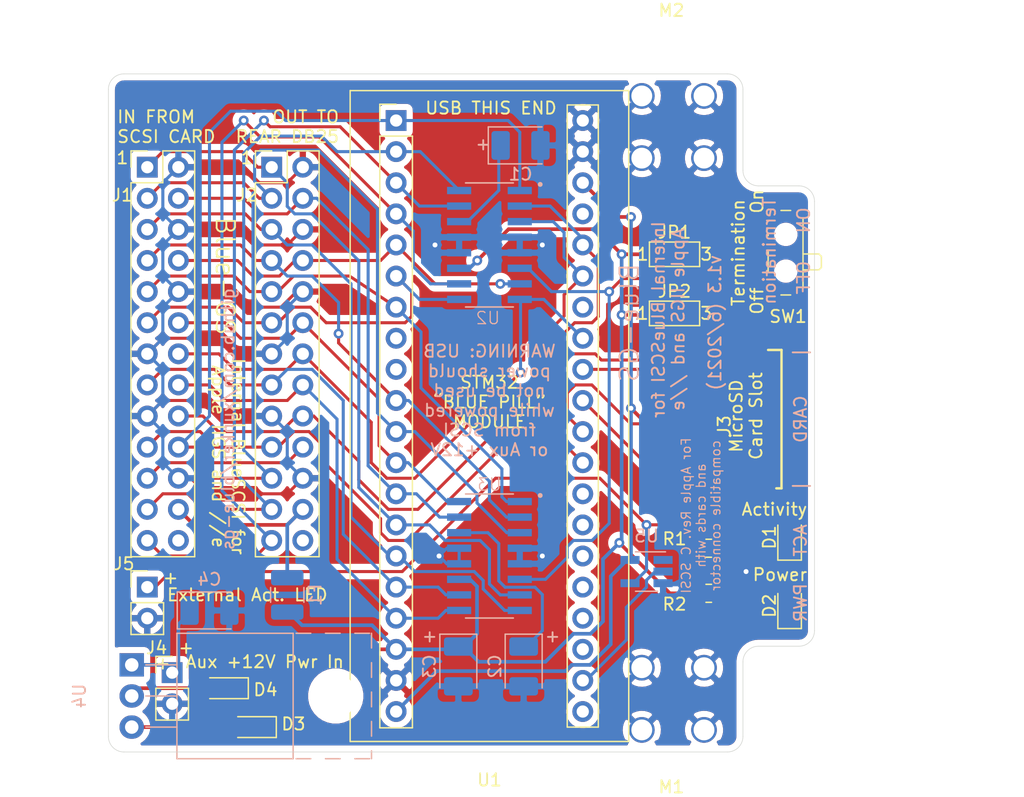
<source format=kicad_pcb>
(kicad_pcb (version 20171130) (host pcbnew "(5.1.8-0-10_14)")
  (layers (0 F.Cu signal) (31 B.Cu signal) (34 B.Paste user) (35 F.Paste user) (36 B.SilkS user) (37 F.SilkS user) (38 B.Mask user) (39 F.Mask user) (44 Edge.Cuts user))
  (net 0 "")
  (net 1 "Net-(U1-Pad37)")
  (net 2 "Net-(U1-Pad34)")
  (net 3 "Net-(U1-Pad8)")
  (net 4 "Net-(U1-Pad9)")
  (net 5 "Net-(U1-Pad28)")
  (net 6 "Net-(U1-Pad25)")
  (net 7 "Net-(U1-Pad24)")
  (net 8 "Net-(U1-Pad23)")
  (net 9 "Net-(U1-Pad21)")
  (net 10 "Net-(J1-Pad26)")
  (net 11 "Net-(J2-Pad26)")
  (net 12 +5V)
  (net 13 GND)
  (net 14 /SCSI_DB4)
  (net 15 /SCSI_DB2)
  (net 16 /SCSI_DB1)
  (net 17 /SCSI_DBP)
  (net 18 /SCSI_SEL)
  (net 19 /SCSI_ATN)
  (net 20 /SCSI_C_D)
  (net 21 /SCSI_DB7)
  (net 22 /SCSI_DB6)
  (net 23 /SCSI_DB5)
  (net 24 /SCSI_DB3)
  (net 25 /SCSI_DB0)
  (net 26 /SCSI_BSY)
  (net 27 /SCSI_ACK)
  (net 28 /SCSI_RST)
  (net 29 /SCSI_I_O)
  (net 30 /SCSI_MSG)
  (net 31 /SCSI_REQ)
  (net 32 /SD_MISO)
  (net 33 /SD_CSK)
  (net 34 +3V3)
  (net 35 /SD_MOSI)
  (net 36 /SD_CS)
  (net 37 "Net-(J3-Pad8)")
  (net 38 "Net-(J3-Pad1)")
  (net 39 "Net-(D2-Pad2)")
  (net 40 "Net-(C1-Pad1)")
  (net 41 "Net-(C2-Pad1)")
  (net 42 /TERM_DISC)
  (net 43 "Net-(D1-Pad1)")
  (net 44 /DEBUG_RX)
  (net 45 /DEBUG_TX)
  (net 46 "Net-(D4-Pad2)")
  (net 47 /+12V_AUX)
  (net 48 /TERM_EN)
  (net 49 /TERM_DIS)
  (net 50 /DISK_ACT)
  (net 51 /REG_OUT)
  (net 52 /SCSI_TERMPWR)
  (net 53 "Net-(D1-Pad2)")
  (net 54 "Net-(U5-Pad1)")
  (module Package_TO_SOT_THT:TO-220-3_Horizontal_TabUp (layer B.Cu) (at 130.81 95.25 270)
    (fp_text reference U4 (at 2.54 4.27 90) (layer B.SilkS) (effects (justify mirror)))
    (fp_text value MC7805CT-BP)
    (pad 3 thru_hole oval (at 5.08 0 270) (size 1.905 2) (drill 1.1) (layers *.Cu *.Mask) (net 51 /REG_OUT))
    (pad 2 thru_hole oval (at 2.54 0 270) (size 1.905 2) (drill 1.1) (layers *.Cu *.Mask) (net 46 "Net-(D4-Pad2)"))
    (pad 1 thru_hole rect (at 0 0 270) (size 1.905 2) (drill 1.1) (layers *.Cu *.Mask) (net 47 /+12V_AUX))
    (pad "" np_thru_hole oval (at 2.54 -16.66 270) (size 3.5 3.5) (drill 3.5) (layers *.Cu *.Mask))
  )
  (module Package_TO_SOT_SMD:SOT-23-5_HandSoldering (layer B.Cu) (at 172.847 87.63 180)
    (fp_text reference U5 (at 0 2.9) (layer B.SilkS) (effects (justify mirror)))
    (fp_text value SN74LVC1G06DBVR)
    (pad 5 smd rect (at 1.35 0.95 180) (size 1.56 0.65) (layers B.Cu B.Paste B.Mask) (net 34 +3V3))
    (pad 4 smd rect (at 1.35 -0.95 180) (size 1.56 0.65) (layers B.Cu B.Paste B.Mask) (net 53 "Net-(D1-Pad2)"))
    (pad 3 smd rect (at -1.35 -0.95 180) (size 1.56 0.65) (layers B.Cu B.Paste B.Mask) (net 13 GND))
    (pad 2 smd rect (at -1.35 0 180) (size 1.56 0.65) (layers B.Cu B.Paste B.Mask) (net 50 /DISK_ACT))
    (pad 1 smd rect (at -1.35 0.95 180) (size 1.56 0.65) (layers B.Cu B.Paste B.Mask) (net 54 "Net-(U5-Pad1)"))
  )
  (module "my library:keystone-7774" (layer F.Cu) (at 180.721 53.871 180)
    (fp_text reference M2 (at 5.842 12.065) (layer F.SilkS))
    (fp_text value Screw_Terminal_01x01)
    (pad 1 thru_hole circle (at 8.26 5.08 180) (size 2.1 2.1) (drill 1.7) (layers *.Cu *.Mask) (net 13 GND))
    (pad 1 thru_hole circle (at 3.18 5.08 180) (size 2.1 2.1) (drill 1.7) (layers *.Cu *.Mask) (net 13 GND))
    (pad 1 thru_hole circle (at 8.26 0 180) (size 2.1 2.1) (drill 1.7) (layers *.Cu *.Mask) (net 13 GND))
    (pad 1 thru_hole circle (at 3.18 0 180) (size 2.1 2.1) (drill 1.7) (layers *.Cu *.Mask) (net 13 GND))
  )
  (module "my library:keystone-7774" (layer F.Cu) (at 180.721 100.561 180)
    (fp_text reference M1 (at 5.842 -4.649) (layer F.SilkS))
    (fp_text value Screw_Terminal_01x01)
    (pad 1 thru_hole circle (at 8.26 5.08 180) (size 2.1 2.1) (drill 1.7) (layers *.Cu *.Mask) (net 13 GND))
    (pad 1 thru_hole circle (at 3.18 5.08 180) (size 2.1 2.1) (drill 1.7) (layers *.Cu *.Mask) (net 13 GND))
    (pad 1 thru_hole circle (at 8.26 0 180) (size 2.1 2.1) (drill 1.7) (layers *.Cu *.Mask) (net 13 GND))
    (pad 1 thru_hole circle (at 3.18 0 180) (size 2.1 2.1) (drill 1.7) (layers *.Cu *.Mask) (net 13 GND))
  )
  (module Connector_PinHeader_2.54mm:PinHeader_1x02_P2.54mm_Vertical (layer F.Cu) (at 132.08 88.9)
    (fp_text reference J5 (at -1.905 -1.905 180) (layer F.SilkS))
    (fp_text value Conn_01x02_Male)
    (pad 2 thru_hole oval (at 0 2.54) (size 1.7 1.7) (drill 1) (layers *.Cu *.Mask) (net 13 GND))
    (pad 1 thru_hole rect (at 0 0) (size 1.7 1.7) (drill 1) (layers *.Cu *.Mask) (net 53 "Net-(D1-Pad2)"))
  )
  (module Fuse:Fuse_1210_3225Metric (layer B.Cu) (at 143.51 89.535 90)
    (fp_text reference F1 (at 0 2.28 270) (layer B.SilkS) (effects (justify mirror)))
    (fp_text value Fuse)
    (pad 2 smd roundrect (at 1.4 0 90) (size 1.25 2.65) (layers B.Cu B.Paste B.Mask) (roundrect_rratio 0.2) (net 52 /SCSI_TERMPWR))
    (pad 1 smd roundrect (at -1.4 0 90) (size 1.25 2.65) (layers B.Cu B.Paste B.Mask) (roundrect_rratio 0.2) (net 12 +5V))
  )
  (module Jumper:SolderJumper-3_P1.3mm_Open_Pad1.0x1.5mm_NumberLabels (layer F.Cu) (at 175.133 66.548)
    (fp_text reference JP2 (at 0 -1.8) (layer F.SilkS))
    (fp_text value Jumper_3_Open)
    (fp_text user 1 (at -2.6 0) (layer F.SilkS))
    (fp_text user 3 (at 2.6 0) (layer F.SilkS))
    (pad 1 smd rect (at -1.3 0) (size 1 1.5) (layers F.Cu F.Mask) (net 12 +5V))
    (pad 2 smd rect (at 0 0) (size 1 1.5) (layers F.Cu F.Mask) (net 49 /TERM_DIS))
    (pad 3 smd rect (at 1.3 0) (size 1 1.5) (layers F.Cu F.Mask) (net 13 GND))
  )
  (module Jumper:SolderJumper-3_P1.3mm_Open_Pad1.0x1.5mm_NumberLabels (layer F.Cu) (at 175.133 61.722)
    (fp_text reference JP1 (at 0 -1.8) (layer F.SilkS))
    (fp_text value Jumper_3_Open)
    (fp_text user 1 (at -2.6 0) (layer F.SilkS))
    (fp_text user 3 (at 2.6 0) (layer F.SilkS))
    (pad 1 smd rect (at -1.3 0) (size 1 1.5) (layers F.Cu F.Mask) (net 12 +5V))
    (pad 2 smd rect (at 0 0) (size 1 1.5) (layers F.Cu F.Mask) (net 48 /TERM_EN))
    (pad 3 smd rect (at 1.3 0) (size 1 1.5) (layers F.Cu F.Mask) (net 13 GND))
  )
  (module "Molex 105162-0001:105162-0001" (layer F.Cu) (at 177.419 75.184 90)
    (fp_text reference J3 (at -0.549 1.778 90) (layer F.SilkS))
    (fp_text value 105162-0001)
    (pad 15 smd rect (at -2.204 0.105 90) (size 2.91 0.55) (layers F.Cu F.Paste F.Mask))
    (pad 14 smd rect (at 1.986 0.105 90) (size 2.91 0.55) (layers F.Cu F.Paste F.Mask))
    (pad 13 smd rect (at -5.325 4.535 90) (size 1.05 2.39) (layers F.Cu F.Paste F.Mask) (net 13 GND))
    (pad 12 smd rect (at -5.325 1.35 90) (size 1.05 1.2) (layers F.Cu F.Paste F.Mask) (net 13 GND))
    (pad 11 smd rect (at 5.325 0.78 90) (size 1.05 1.2) (layers F.Cu F.Paste F.Mask) (net 13 GND))
    (pad 10 smd rect (at 5.325 3.39 90) (size 1.05 1.08) (layers F.Cu F.Paste F.Mask) (net 13 GND))
    (pad 9 smd rect (at 5.31 4.66 90) (size 0.72 0.78) (layers F.Cu F.Paste F.Mask) (net 13 GND))
    (pad 8 smd rect (at -4.15 7.34 90) (size 0.5 1) (layers F.Cu F.Paste F.Mask) (net 37 "Net-(J3-Pad8)"))
    (pad 7 smd rect (at -3.05 7.34 90) (size 0.5 1) (layers F.Cu F.Paste F.Mask) (net 32 /SD_MISO))
    (pad 6 smd rect (at -1.95 7.34 90) (size 0.5 1) (layers F.Cu F.Paste F.Mask) (net 13 GND))
    (pad 5 smd rect (at -0.85 7.34 90) (size 0.5 1) (layers F.Cu F.Paste F.Mask) (net 33 /SD_CSK))
    (pad 4 smd rect (at 0.25 7.34 90) (size 0.5 1) (layers F.Cu F.Paste F.Mask) (net 34 +3V3))
    (pad 3 smd rect (at 1.35 7.34 90) (size 0.5 1) (layers F.Cu F.Paste F.Mask) (net 35 /SD_MOSI))
    (pad 2 smd rect (at 2.45 7.34 90) (size 0.5 1) (layers F.Cu F.Paste F.Mask) (net 36 /SD_CS))
    (pad 1 smd rect (at 3.55 7.34 90) (size 0.5 1) (layers F.Cu F.Paste F.Mask) (net 38 "Net-(J3-Pad1)"))
  )
  (module Diode_SMD:D_SOD-323_HandSoldering (layer F.Cu) (at 138.43 97.155 180)
    (fp_text reference D4 (at -3.302 -0.127) (layer F.SilkS))
    (fp_text value 1N4001)
    (pad 2 smd rect (at 1.25 0 180) (size 1 1) (layers F.Cu F.Paste F.Mask) (net 46 "Net-(D4-Pad2)"))
    (pad 1 smd rect (at -1.25 0 180) (size 1 1) (layers F.Cu F.Paste F.Mask) (net 13 GND))
  )
  (module Diode_SMD:D_SOD-323_HandSoldering (layer F.Cu) (at 140.716 100.33 180)
    (fp_text reference D3 (at -3.302 0.254) (layer F.SilkS))
    (fp_text value 1N4001)
    (pad 2 smd rect (at 1.25 0 180) (size 1 1) (layers F.Cu F.Paste F.Mask) (net 51 /REG_OUT))
    (pad 1 smd rect (at -1.25 0 180) (size 1 1) (layers F.Cu F.Paste F.Mask) (net 12 +5V))
  )
  (module Connector_PinHeader_2.54mm:PinHeader_1x02_P2.54mm_Vertical (layer F.Cu) (at 134.112 95.885)
    (fp_text reference J4 (at -1.27 -2.032 180) (layer F.SilkS))
    (fp_text value Conn_01x02_Male)
    (pad 2 thru_hole oval (at 0 2.54) (size 1.7 1.7) (drill 1) (layers *.Cu *.Mask) (net 13 GND))
    (pad 1 thru_hole rect (at 0 0) (size 1.7 1.7) (drill 1) (layers *.Cu *.Mask) (net 47 /+12V_AUX))
  )
  (module Capacitor_Tantalum_SMD:CP_EIA-3528-21_Kemet-B_Pad1.50x2.35mm_HandSolder (layer B.Cu) (at 137.16 90.805)
    (fp_text reference C4 (at 0 -2.54 180) (layer B.SilkS) (effects (justify mirror)))
    (fp_text value 10uF)
    (pad 2 smd roundrect (at 1.625 0) (size 1.5 2.35) (layers B.Cu B.Paste B.Mask) (roundrect_rratio 0.1666666666666667) (net 13 GND))
    (pad 1 smd roundrect (at -1.625 0) (size 1.5 2.35) (layers B.Cu B.Paste B.Mask) (roundrect_rratio 0.1666666666666667) (net 47 /+12V_AUX))
  )
  (module Button_Switch_SMD:SW_SPDT_PCM12 (layer F.Cu) (at 183.896 61.595 90)
    (fp_text reference SW1 (at -5.207 0.508) (layer F.SilkS))
    (fp_text value SW_SPDT)
    (pad "" np_thru_hole circle (at -1.5 0.33 90) (size 0.9 0.9) (drill 0.9) (layers *.Cu *.Mask))
    (pad "" np_thru_hole circle (at 1.5 0.33 90) (size 0.9 0.9) (drill 0.9) (layers *.Cu *.Mask))
    (pad 1 smd rect (at -2.25 -1.43 90) (size 0.7 1.5) (layers F.Cu F.Paste F.Mask) (net 49 /TERM_DIS))
    (pad 2 smd rect (at 0.75 -1.43 90) (size 0.7 1.5) (layers F.Cu F.Paste F.Mask) (net 42 /TERM_DISC))
    (pad 3 smd rect (at 2.25 -1.43 90) (size 0.7 1.5) (layers F.Cu F.Paste F.Mask) (net 48 /TERM_EN))
    (pad "" smd rect (at -3.65 1.43 90) (size 1 0.8) (layers F.Cu F.Paste F.Mask))
    (pad "" smd rect (at 3.65 1.43 90) (size 1 0.8) (layers F.Cu F.Paste F.Mask))
    (pad "" smd rect (at 3.65 -0.78 90) (size 1 0.8) (layers F.Cu F.Paste F.Mask))
    (pad "" smd rect (at -3.65 -0.78 90) (size 1 0.8) (layers F.Cu F.Paste F.Mask))
  )
  (module Capacitor_Tantalum_SMD:CP_EIA-3528-21_Kemet-B_Pad1.50x2.35mm_HandSolder (layer B.Cu) (at 157.48 95.377 270)
    (fp_text reference C3 (at 0 2.35 90) (layer B.SilkS) (effects (justify mirror)))
    (fp_text value "4.7uF, 6.3v")
    (pad 2 smd roundrect (at 1.625 0 270) (size 1.5 2.35) (layers B.Cu B.Paste B.Mask) (roundrect_rratio 0.1666666666666667) (net 13 GND))
    (pad 1 smd roundrect (at -1.625 0 270) (size 1.5 2.35) (layers B.Cu B.Paste B.Mask) (roundrect_rratio 0.1666666666666667) (net 12 +5V))
  )
  (module Capacitor_Tantalum_SMD:CP_EIA-3528-21_Kemet-B_Pad1.50x2.35mm_HandSolder (layer B.Cu) (at 162.814 95.377 270)
    (fp_text reference C2 (at 0 2.35 90) (layer B.SilkS) (effects (justify mirror)))
    (fp_text value "4.7uF, 6.3v")
    (pad 2 smd roundrect (at 1.625 0 270) (size 1.5 2.35) (layers B.Cu B.Paste B.Mask) (roundrect_rratio 0.1666666666666667) (net 13 GND))
    (pad 1 smd roundrect (at -1.625 0 270) (size 1.5 2.35) (layers B.Cu B.Paste B.Mask) (roundrect_rratio 0.1666666666666667) (net 41 "Net-(C2-Pad1)"))
  )
  (module Capacitor_Tantalum_SMD:CP_EIA-3528-21_Kemet-B_Pad1.50x2.35mm_HandSolder (layer B.Cu) (at 162.56 52.832)
    (fp_text reference C1 (at 0 2.35) (layer B.SilkS) (effects (justify mirror)))
    (fp_text value "4.7uF, 6.3v")
    (pad 2 smd roundrect (at 1.625 0) (size 1.5 2.35) (layers B.Cu B.Paste B.Mask) (roundrect_rratio 0.1666666666666667) (net 13 GND))
    (pad 1 smd roundrect (at -1.625 0) (size 1.5 2.35) (layers B.Cu B.Paste B.Mask) (roundrect_rratio 0.1666666666666667) (net 40 "Net-(C1-Pad1)"))
  )
  (module LED_SMD:LED_0805_2012Metric_Pad1.15x1.40mm_HandSolder (layer F.Cu) (at 184.531 90.424 90)
    (fp_text reference D2 (at 0 -1.65 90) (layer F.SilkS))
    (fp_text value LED)
    (pad 2 smd roundrect (at 1.025 0 90) (size 1.15 1.4) (layers F.Cu F.Paste F.Mask) (roundrect_rratio 0.2173904347826087) (net 39 "Net-(D2-Pad2)"))
    (pad 1 smd roundrect (at -1.025 0 90) (size 1.15 1.4) (layers F.Cu F.Paste F.Mask) (roundrect_rratio 0.2173904347826087) (net 13 GND))
  )
  (module LED_SMD:LED_0805_2012Metric_Pad1.15x1.40mm_HandSolder (layer F.Cu) (at 184.531 84.836 90)
    (fp_text reference D1 (at 0 -1.65 90) (layer F.SilkS))
    (fp_text value LED)
    (pad 2 smd roundrect (at 1.025 0 90) (size 1.15 1.4) (layers F.Cu F.Paste F.Mask) (roundrect_rratio 0.2173904347826087) (net 53 "Net-(D1-Pad2)"))
    (pad 1 smd roundrect (at -1.025 0 90) (size 1.15 1.4) (layers F.Cu F.Paste F.Mask) (roundrect_rratio 0.2173904347826087) (net 43 "Net-(D1-Pad1)"))
  )
  (module Resistor_SMD:R_0805_2012Metric_Pad1.20x1.40mm_HandSolder (layer F.Cu) (at 177.927 89.408 180)
    (fp_text reference R2 (at 2.794 -0.889) (layer F.SilkS))
    (fp_text value 1K)
    (pad 2 smd roundrect (at 1 0 180) (size 1.2 1.4) (layers F.Cu F.Paste F.Mask) (roundrect_rratio 0.2083325) (net 12 +5V))
    (pad 1 smd roundrect (at -1 0 180) (size 1.2 1.4) (layers F.Cu F.Paste F.Mask) (roundrect_rratio 0.2083325) (net 39 "Net-(D2-Pad2)"))
  )
  (module Resistor_SMD:R_0805_2012Metric_Pad1.20x1.40mm_HandSolder (layer F.Cu) (at 177.927 85.725)
    (fp_text reference R1 (at -2.794 -0.762) (layer F.SilkS))
    (fp_text value 470)
    (pad 2 smd roundrect (at 1 0) (size 1.2 1.4) (layers F.Cu F.Paste F.Mask) (roundrect_rratio 0.2083325) (net 43 "Net-(D1-Pad1)"))
    (pad 1 smd roundrect (at -1 0) (size 1.2 1.4) (layers F.Cu F.Paste F.Mask) (roundrect_rratio 0.2083325) (net 13 GND))
  )
  (module Connector_PinHeader_2.54mm:PinHeader_2x13_P2.54mm_Vertical (layer F.Cu) (at 142.24 54.61)
    (fp_text reference J2 (at -2.032 2.286) (layer F.SilkS))
    (fp_text value Conn_02x13_Odd_Even)
    (pad 26 thru_hole oval (at 2.54 30.48) (size 1.7 1.7) (drill 1) (layers *.Cu *.Mask) (net 11 "Net-(J2-Pad26)"))
    (pad 25 thru_hole oval (at 0 30.48) (size 1.7 1.7) (drill 1) (layers *.Cu *.Mask) (net 21 /SCSI_DB7))
    (pad 24 thru_hole oval (at 2.54 27.94) (size 1.7 1.7) (drill 1) (layers *.Cu *.Mask) (net 52 /SCSI_TERMPWR))
    (pad 23 thru_hole oval (at 0 27.94) (size 1.7 1.7) (drill 1) (layers *.Cu *.Mask) (net 22 /SCSI_DB6))
    (pad 22 thru_hole oval (at 2.54 25.4) (size 1.7 1.7) (drill 1) (layers *.Cu *.Mask) (net 13 GND))
    (pad 21 thru_hole oval (at 0 25.4) (size 1.7 1.7) (drill 1) (layers *.Cu *.Mask) (net 23 /SCSI_DB5))
    (pad 20 thru_hole oval (at 2.54 22.86) (size 1.7 1.7) (drill 1) (layers *.Cu *.Mask) (net 14 /SCSI_DB4))
    (pad 19 thru_hole oval (at 0 22.86) (size 1.7 1.7) (drill 1) (layers *.Cu *.Mask) (net 24 /SCSI_DB3))
    (pad 18 thru_hole oval (at 2.54 20.32) (size 1.7 1.7) (drill 1) (layers *.Cu *.Mask) (net 15 /SCSI_DB2))
    (pad 17 thru_hole oval (at 0 20.32) (size 1.7 1.7) (drill 1) (layers *.Cu *.Mask) (net 13 GND))
    (pad 16 thru_hole oval (at 2.54 17.78) (size 1.7 1.7) (drill 1) (layers *.Cu *.Mask) (net 16 /SCSI_DB1))
    (pad 15 thru_hole oval (at 0 17.78) (size 1.7 1.7) (drill 1) (layers *.Cu *.Mask) (net 25 /SCSI_DB0))
    (pad 14 thru_hole oval (at 2.54 15.24) (size 1.7 1.7) (drill 1) (layers *.Cu *.Mask) (net 17 /SCSI_DBP))
    (pad 13 thru_hole oval (at 0 15.24) (size 1.7 1.7) (drill 1) (layers *.Cu *.Mask) (net 13 GND))
    (pad 12 thru_hole oval (at 2.54 12.7) (size 1.7 1.7) (drill 1) (layers *.Cu *.Mask) (net 18 /SCSI_SEL))
    (pad 11 thru_hole oval (at 0 12.7) (size 1.7 1.7) (drill 1) (layers *.Cu *.Mask) (net 26 /SCSI_BSY))
    (pad 10 thru_hole oval (at 2.54 10.16) (size 1.7 1.7) (drill 1) (layers *.Cu *.Mask) (net 13 GND))
    (pad 9 thru_hole oval (at 0 10.16) (size 1.7 1.7) (drill 1) (layers *.Cu *.Mask) (net 27 /SCSI_ACK))
    (pad 8 thru_hole oval (at 2.54 7.62) (size 1.7 1.7) (drill 1) (layers *.Cu *.Mask) (net 19 /SCSI_ATN))
    (pad 7 thru_hole oval (at 0 7.62) (size 1.7 1.7) (drill 1) (layers *.Cu *.Mask) (net 28 /SCSI_RST))
    (pad 6 thru_hole oval (at 2.54 5.08) (size 1.7 1.7) (drill 1) (layers *.Cu *.Mask) (net 13 GND))
    (pad 5 thru_hole oval (at 0 5.08) (size 1.7 1.7) (drill 1) (layers *.Cu *.Mask) (net 29 /SCSI_I_O))
    (pad 4 thru_hole oval (at 2.54 2.54) (size 1.7 1.7) (drill 1) (layers *.Cu *.Mask) (net 20 /SCSI_C_D))
    (pad 3 thru_hole oval (at 0 2.54) (size 1.7 1.7) (drill 1) (layers *.Cu *.Mask) (net 30 /SCSI_MSG))
    (pad 2 thru_hole oval (at 2.54 0) (size 1.7 1.7) (drill 1) (layers *.Cu *.Mask) (net 13 GND))
    (pad 1 thru_hole rect (at 0 0) (size 1.7 1.7) (drill 1) (layers *.Cu *.Mask) (net 31 /SCSI_REQ))
  )
  (module "my library:YAAJ_BluePill_2" (layer F.Cu) (at 152.4 50.8)
    (fp_text reference U1 (at 7.62 53.848) (layer F.SilkS))
    (fp_text value YAAJ_BluePill hide)
    (pad 40 thru_hole circle (at 15.24 0) (size 1.7 1.7) (drill 1) (layers *.Cu *.Mask) (net 13 GND))
    (pad 1 thru_hole rect (at 0 0) (size 1.7 1.7) (drill 1) (layers *.Cu *.Mask) (net 14 /SCSI_DB4))
    (pad 39 thru_hole circle (at 15.24 2.54) (size 1.7 1.7) (drill 1) (layers *.Cu *.Mask) (net 13 GND))
    (pad 2 thru_hole circle (at 0 2.54) (size 1.7 1.7) (drill 1) (layers *.Cu *.Mask) (net 23 /SCSI_DB5))
    (pad 38 thru_hole circle (at 15.24 5.08) (size 1.7 1.7) (drill 1) (layers *.Cu *.Mask) (net 34 +3V3))
    (pad 3 thru_hole circle (at 0 5.08) (size 1.7 1.7) (drill 1) (layers *.Cu *.Mask) (net 22 /SCSI_DB6))
    (pad 37 thru_hole circle (at 15.24 7.62) (size 1.7 1.7) (drill 1) (layers *.Cu *.Mask) (net 1 "Net-(U1-Pad37)"))
    (pad 4 thru_hole circle (at 0 7.62) (size 1.7 1.7) (drill 1) (layers *.Cu *.Mask) (net 21 /SCSI_DB7))
    (pad 36 thru_hole circle (at 15.24 10.16) (size 1.7 1.7) (drill 1) (layers *.Cu *.Mask) (net 24 /SCSI_DB3))
    (pad 5 thru_hole circle (at 0 10.16) (size 1.7 1.7) (drill 1) (layers *.Cu *.Mask) (net 19 /SCSI_ATN))
    (pad 35 thru_hole circle (at 15.24 12.7) (size 1.7 1.7) (drill 1) (layers *.Cu *.Mask) (net 15 /SCSI_DB2))
    (pad 6 thru_hole circle (at 0 12.7) (size 1.7 1.7) (drill 1) (layers *.Cu *.Mask) (net 26 /SCSI_BSY))
    (pad 34 thru_hole circle (at 15.24 15.24) (size 1.7 1.7) (drill 1) (layers *.Cu *.Mask) (net 2 "Net-(U1-Pad34)"))
    (pad 7 thru_hole circle (at 0 15.24) (size 1.7 1.7) (drill 1) (layers *.Cu *.Mask) (net 27 /SCSI_ACK))
    (pad 33 thru_hole circle (at 15.24 17.78) (size 1.7 1.7) (drill 1) (layers *.Cu *.Mask) (net 17 /SCSI_DBP))
    (pad 8 thru_hole circle (at 0 17.78) (size 1.7 1.7) (drill 1) (layers *.Cu *.Mask) (net 3 "Net-(U1-Pad8)"))
    (pad 32 thru_hole circle (at 15.24 20.32) (size 1.7 1.7) (drill 1) (layers *.Cu *.Mask) (net 35 /SD_MOSI))
    (pad 9 thru_hole circle (at 0 20.32) (size 1.7 1.7) (drill 1) (layers *.Cu *.Mask) (net 4 "Net-(U1-Pad9)"))
    (pad 31 thru_hole circle (at 15.24 22.86) (size 1.7 1.7) (drill 1) (layers *.Cu *.Mask) (net 32 /SD_MISO))
    (pad 10 thru_hole circle (at 0 22.86) (size 1.7 1.7) (drill 1) (layers *.Cu *.Mask) (net 28 /SCSI_RST))
    (pad 30 thru_hole circle (at 15.24 25.4) (size 1.7 1.7) (drill 1) (layers *.Cu *.Mask) (net 33 /SD_CSK))
    (pad 11 thru_hole circle (at 0 25.4) (size 1.7 1.7) (drill 1) (layers *.Cu *.Mask) (net 30 /SCSI_MSG))
    (pad 29 thru_hole circle (at 15.24 27.94) (size 1.7 1.7) (drill 1) (layers *.Cu *.Mask) (net 36 /SD_CS))
    (pad 12 thru_hole circle (at 0 27.94) (size 1.7 1.7) (drill 1) (layers *.Cu *.Mask) (net 18 /SCSI_SEL))
    (pad 28 thru_hole circle (at 15.24 30.48) (size 1.7 1.7) (drill 1) (layers *.Cu *.Mask) (net 5 "Net-(U1-Pad28)"))
    (pad 13 thru_hole circle (at 0 30.48) (size 1.7 1.7) (drill 1) (layers *.Cu *.Mask) (net 20 /SCSI_C_D))
    (pad 27 thru_hole circle (at 15.24 33.02) (size 1.7 1.7) (drill 1) (layers *.Cu *.Mask) (net 44 /DEBUG_RX))
    (pad 14 thru_hole circle (at 0 33.02) (size 1.7 1.7) (drill 1) (layers *.Cu *.Mask) (net 31 /SCSI_REQ))
    (pad 26 thru_hole circle (at 15.24 35.56) (size 1.7 1.7) (drill 1) (layers *.Cu *.Mask) (net 45 /DEBUG_TX))
    (pad 15 thru_hole circle (at 0 35.56) (size 1.7 1.7) (drill 1) (layers *.Cu *.Mask) (net 29 /SCSI_I_O))
    (pad 25 thru_hole circle (at 15.24 38.1) (size 1.7 1.7) (drill 1) (layers *.Cu *.Mask) (net 6 "Net-(U1-Pad25)"))
    (pad 16 thru_hole circle (at 0 38.1) (size 1.7 1.7) (drill 1) (layers *.Cu *.Mask) (net 25 /SCSI_DB0))
    (pad 24 thru_hole circle (at 15.24 40.64) (size 1.7 1.7) (drill 1) (layers *.Cu *.Mask) (net 7 "Net-(U1-Pad24)"))
    (pad 17 thru_hole circle (at 0 40.64) (size 1.7 1.7) (drill 1) (layers *.Cu *.Mask) (net 16 /SCSI_DB1))
    (pad 23 thru_hole circle (at 15.24 43.18) (size 1.7 1.7) (drill 1) (layers *.Cu *.Mask) (net 8 "Net-(U1-Pad23)"))
    (pad 18 thru_hole circle (at 0 43.18) (size 1.7 1.7) (drill 1) (layers *.Cu *.Mask) (net 12 +5V))
    (pad 22 thru_hole circle (at 15.24 45.72) (size 1.7 1.7) (drill 1) (layers *.Cu *.Mask) (net 50 /DISK_ACT))
    (pad 19 thru_hole circle (at 0 45.72) (size 1.7 1.7) (drill 1) (layers *.Cu *.Mask) (net 13 GND))
    (pad 21 thru_hole circle (at 15.24 48.26) (size 1.7 1.7) (drill 1) (layers *.Cu *.Mask) (net 9 "Net-(U1-Pad21)"))
    (pad 20 thru_hole circle (at 0 48.26) (size 1.7 1.7) (drill 1) (layers *.Cu *.Mask) (net 34 +3V3))
  )
  (module "my library:SOIC127P600X175-16N" (layer B.Cu) (at 160.02 86.36 180)
    (fp_text reference U3 (at 0 5.842) (layer B.SilkS) (effects (font (thickness 0.1)) (justify mirror)))
    (fp_text value "UC560x, UCC56xx")
    (pad 1 smd rect (at -2.475 4.445 180) (size 1.97 0.6) (layers B.Cu B.Paste B.Mask) (net 27 /SCSI_ACK))
    (pad 2 smd rect (at -2.475 3.175 180) (size 1.97 0.6) (layers B.Cu B.Paste B.Mask) (net 28 /SCSI_RST))
    (pad 3 smd rect (at -2.475 1.905 180) (size 1.97 0.6) (layers B.Cu B.Paste B.Mask) (net 30 /SCSI_MSG))
    (pad 4 smd rect (at -2.475 0.635 180) (size 1.97 0.6) (layers B.Cu B.Paste B.Mask) (net 13 GND))
    (pad 5 smd rect (at -2.475 -0.635 180) (size 1.97 0.6) (layers B.Cu B.Paste B.Mask) (net 13 GND))
    (pad 6 smd rect (at -2.475 -1.905 180) (size 1.97 0.6) (layers B.Cu B.Paste B.Mask) (net 42 /TERM_DISC))
    (pad 7 smd rect (at -2.475 -3.175 180) (size 1.97 0.6) (layers B.Cu B.Paste B.Mask) (net 31 /SCSI_REQ))
    (pad 8 smd rect (at -2.475 -4.445 180) (size 1.97 0.6) (layers B.Cu B.Paste B.Mask) (net 29 /SCSI_I_O))
    (pad 9 smd rect (at 2.475 -4.445 180) (size 1.97 0.6) (layers B.Cu B.Paste B.Mask) (net 16 /SCSI_DB1))
    (pad 10 smd rect (at 2.475 -3.175 180) (size 1.97 0.6) (layers B.Cu B.Paste B.Mask) (net 25 /SCSI_DB0))
    (pad 11 smd rect (at 2.475 -1.905 180) (size 1.97 0.6) (layers B.Cu B.Paste B.Mask) (net 12 +5V))
    (pad 12 smd rect (at 2.475 -0.635 180) (size 1.97 0.6) (layers B.Cu B.Paste B.Mask) (net 13 GND))
    (pad 13 smd rect (at 2.475 0.635 180) (size 1.97 0.6) (layers B.Cu B.Paste B.Mask) (net 13 GND))
    (pad 14 smd rect (at 2.475 1.905 180) (size 1.97 0.6) (layers B.Cu B.Paste B.Mask) (net 41 "Net-(C2-Pad1)"))
    (pad 15 smd rect (at 2.475 3.175 180) (size 1.97 0.6) (layers B.Cu B.Paste B.Mask) (net 20 /SCSI_C_D))
    (pad 16 smd rect (at 2.475 4.445 180) (size 1.97 0.6) (layers B.Cu B.Paste B.Mask) (net 18 /SCSI_SEL))
  )
  (module "my library:SOIC127P600X175-16N" (layer B.Cu) (at 160.02 60.96 180)
    (fp_text reference U2 (at 0.127 -5.969) (layer B.SilkS) (effects (font (thickness 0.1)) (justify mirror)))
    (fp_text value "UC560x, UCC56xx")
    (pad 1 smd rect (at -2.475 4.445 180) (size 1.97 0.6) (layers B.Cu B.Paste B.Mask) (net 14 /SCSI_DB4))
    (pad 2 smd rect (at -2.475 3.175 180) (size 1.97 0.6) (layers B.Cu B.Paste B.Mask) (net 24 /SCSI_DB3))
    (pad 3 smd rect (at -2.475 1.905 180) (size 1.97 0.6) (layers B.Cu B.Paste B.Mask) (net 15 /SCSI_DB2))
    (pad 4 smd rect (at -2.475 0.635 180) (size 1.97 0.6) (layers B.Cu B.Paste B.Mask) (net 13 GND))
    (pad 5 smd rect (at -2.475 -0.635 180) (size 1.97 0.6) (layers B.Cu B.Paste B.Mask) (net 13 GND))
    (pad 6 smd rect (at -2.475 -1.905 180) (size 1.97 0.6) (layers B.Cu B.Paste B.Mask) (net 42 /TERM_DISC))
    (pad 7 smd rect (at -2.475 -3.175 180) (size 1.97 0.6) (layers B.Cu B.Paste B.Mask) (net 19 /SCSI_ATN))
    (pad 8 smd rect (at -2.475 -4.445 180) (size 1.97 0.6) (layers B.Cu B.Paste B.Mask) (net 17 /SCSI_DBP))
    (pad 9 smd rect (at 2.475 -4.445 180) (size 1.97 0.6) (layers B.Cu B.Paste B.Mask) (net 26 /SCSI_BSY))
    (pad 10 smd rect (at 2.475 -3.175 180) (size 1.97 0.6) (layers B.Cu B.Paste B.Mask) (net 21 /SCSI_DB7))
    (pad 11 smd rect (at 2.475 -1.905 180) (size 1.97 0.6) (layers B.Cu B.Paste B.Mask) (net 12 +5V))
    (pad 12 smd rect (at 2.475 -0.635 180) (size 1.97 0.6) (layers B.Cu B.Paste B.Mask) (net 13 GND))
    (pad 13 smd rect (at 2.475 0.635 180) (size 1.97 0.6) (layers B.Cu B.Paste B.Mask) (net 13 GND))
    (pad 14 smd rect (at 2.475 1.905 180) (size 1.97 0.6) (layers B.Cu B.Paste B.Mask) (net 40 "Net-(C1-Pad1)"))
    (pad 15 smd rect (at 2.475 3.175 180) (size 1.97 0.6) (layers B.Cu B.Paste B.Mask) (net 22 /SCSI_DB6))
    (pad 16 smd rect (at 2.475 4.445 180) (size 1.97 0.6) (layers B.Cu B.Paste B.Mask) (net 23 /SCSI_DB5))
  )
  (module Connector_PinHeader_2.54mm:PinHeader_2x13_P2.54mm_Vertical (layer F.Cu) (at 132.08 54.61)
    (fp_text reference J1 (at -2.032 2.286) (layer F.SilkS))
    (fp_text value Conn_02x13_Odd_Even)
    (pad 26 thru_hole oval (at 2.54 30.48) (size 1.7 1.7) (drill 1) (layers *.Cu *.Mask) (net 10 "Net-(J1-Pad26)"))
    (pad 25 thru_hole oval (at 0 30.48) (size 1.7 1.7) (drill 1) (layers *.Cu *.Mask) (net 21 /SCSI_DB7))
    (pad 24 thru_hole oval (at 2.54 27.94) (size 1.7 1.7) (drill 1) (layers *.Cu *.Mask) (net 52 /SCSI_TERMPWR))
    (pad 23 thru_hole oval (at 0 27.94) (size 1.7 1.7) (drill 1) (layers *.Cu *.Mask) (net 22 /SCSI_DB6))
    (pad 22 thru_hole oval (at 2.54 25.4) (size 1.7 1.7) (drill 1) (layers *.Cu *.Mask) (net 13 GND))
    (pad 21 thru_hole oval (at 0 25.4) (size 1.7 1.7) (drill 1) (layers *.Cu *.Mask) (net 23 /SCSI_DB5))
    (pad 20 thru_hole oval (at 2.54 22.86) (size 1.7 1.7) (drill 1) (layers *.Cu *.Mask) (net 14 /SCSI_DB4))
    (pad 19 thru_hole oval (at 0 22.86) (size 1.7 1.7) (drill 1) (layers *.Cu *.Mask) (net 24 /SCSI_DB3))
    (pad 18 thru_hole oval (at 2.54 20.32) (size 1.7 1.7) (drill 1) (layers *.Cu *.Mask) (net 15 /SCSI_DB2))
    (pad 17 thru_hole oval (at 0 20.32) (size 1.7 1.7) (drill 1) (layers *.Cu *.Mask) (net 13 GND))
    (pad 16 thru_hole oval (at 2.54 17.78) (size 1.7 1.7) (drill 1) (layers *.Cu *.Mask) (net 16 /SCSI_DB1))
    (pad 15 thru_hole oval (at 0 17.78) (size 1.7 1.7) (drill 1) (layers *.Cu *.Mask) (net 25 /SCSI_DB0))
    (pad 14 thru_hole oval (at 2.54 15.24) (size 1.7 1.7) (drill 1) (layers *.Cu *.Mask) (net 17 /SCSI_DBP))
    (pad 13 thru_hole oval (at 0 15.24) (size 1.7 1.7) (drill 1) (layers *.Cu *.Mask) (net 13 GND))
    (pad 12 thru_hole oval (at 2.54 12.7) (size 1.7 1.7) (drill 1) (layers *.Cu *.Mask) (net 18 /SCSI_SEL))
    (pad 11 thru_hole oval (at 0 12.7) (size 1.7 1.7) (drill 1) (layers *.Cu *.Mask) (net 26 /SCSI_BSY))
    (pad 10 thru_hole oval (at 2.54 10.16) (size 1.7 1.7) (drill 1) (layers *.Cu *.Mask) (net 13 GND))
    (pad 9 thru_hole oval (at 0 10.16) (size 1.7 1.7) (drill 1) (layers *.Cu *.Mask) (net 27 /SCSI_ACK))
    (pad 8 thru_hole oval (at 2.54 7.62) (size 1.7 1.7) (drill 1) (layers *.Cu *.Mask) (net 19 /SCSI_ATN))
    (pad 7 thru_hole oval (at 0 7.62) (size 1.7 1.7) (drill 1) (layers *.Cu *.Mask) (net 28 /SCSI_RST))
    (pad 6 thru_hole oval (at 2.54 5.08) (size 1.7 1.7) (drill 1) (layers *.Cu *.Mask) (net 13 GND))
    (pad 5 thru_hole oval (at 0 5.08) (size 1.7 1.7) (drill 1) (layers *.Cu *.Mask) (net 29 /SCSI_I_O))
    (pad 4 thru_hole oval (at 2.54 2.54) (size 1.7 1.7) (drill 1) (layers *.Cu *.Mask) (net 20 /SCSI_C_D))
    (pad 3 thru_hole oval (at 0 2.54) (size 1.7 1.7) (drill 1) (layers *.Cu *.Mask) (net 30 /SCSI_MSG))
    (pad 2 thru_hole oval (at 2.54 0) (size 1.7 1.7) (drill 1) (layers *.Cu *.Mask) (net 13 GND))
    (pad 1 thru_hole rect (at 0 0) (size 1.7 1.7) (drill 1) (layers *.Cu *.Mask) (net 31 /SCSI_REQ))
  )
  (gr_text "|    CARD    |" (at 185.42 75.184 90) (layer B.SilkS) (effects (font (size 1 1)) (justify mirror)))
  (gr_text "External Act. LED" (at 133.604 89.535) (layer F.SilkS) (effects (font (size 1 1)) (justify left)))
  (gr_text + (at 133.985 88.265 180) (layer F.SilkS) (effects (font (size 1 1))))
  (gr_text Blue-GS (at 138.43 63.5 270) (layer F.SilkS) (effects (font (size 1.5 1.5))))
  (gr_text "v1.3 (6/2021)" (at 178.435 67.31 90) (layer B.SilkS) (effects (font (size 1 1)) (justify mirror)))
  (gr_text Blue-GS (at 171.45 67.31 90) (layer B.SilkS) (effects (font (size 1.5 1.5)) (justify mirror)))
  (gr_text + (at 133.35 95.25 180) (layer F.SilkS) (effects (font (size 1 1))))
  (gr_text + (at 135.255 93.98 180) (layer F.SilkS) (effects (font (size 1 1))))
  (gr_text "Aux +12V Pwr In" (at 135.128 94.996) (layer F.SilkS) (effects (font (size 1 1)) (justify left)))
  (gr_text "Internal BlueSCSI for\nApple IIGS and //e" (at 174.625 67.056 90) (layer B.SilkS) (effects (font (size 1 1)) (justify mirror)))
  (gr_arc (start 181.991 94.996) (end 181.991 93.726) (angle -90) (layer Edge.Cuts) (width 0.05))
  (gr_arc (start 181.991 54.864) (end 180.721 54.864) (angle -90) (layer Edge.Cuts) (width 0.05))
  (gr_arc (start 185.293 57.404) (end 186.563 57.404) (angle -90) (layer Edge.Cuts) (width 0.05))
  (gr_arc (start 185.293 92.456) (end 185.293 93.726) (angle -90) (layer Edge.Cuts) (width 0.05))
  (gr_arc (start 130.175 101.092) (end 128.905 101.092) (angle -90) (layer Edge.Cuts) (width 0.05))
  (gr_arc (start 179.451 101.092) (end 179.451 102.362) (angle -90) (layer Edge.Cuts) (width 0.05))
  (gr_arc (start 179.451 48.26) (end 180.721 48.26) (angle -90) (layer Edge.Cuts) (width 0.05))
  (gr_arc (start 130.175 48.26) (end 130.175 46.99) (angle -90) (layer Edge.Cuts) (width 0.05))
  (gr_text "WARNING: USB\npower should\nnot be used\nwhile powered\nfrom SCSI\nor Aux +12V" (at 160.02 73.66) (layer B.SilkS) (effects (font (size 1 1)) (justify mirror)))
  (gr_line (start 181.991 93.726) (end 185.293 93.726) (layer Edge.Cuts) (width 0.05))
  (gr_line (start 180.721 94.996) (end 180.721 101.092) (layer Edge.Cuts) (width 0.05))
  (gr_line (start 181.991 56.134) (end 185.293 56.134) (layer Edge.Cuts) (width 0.05))
  (gr_line (start 180.721 48.26) (end 180.721 54.864) (layer Edge.Cuts) (width 0.05))
  (gr_text "For Apple Rev. C SCSI\nand cards with\ncompatible connector" (at 177.292 83.058 90) (layer B.SilkS) (effects (font (size 0.75 0.75) (thickness 0.1)) (justify mirror)))
  (gr_text "MicroSD\nCard Slot" (at 180.975 74.93 90) (layer F.SilkS) (effects (font (size 1 1))))
  (gr_text Off (at 181.864 65.532 90) (layer F.SilkS) (effects (font (size 1 1))))
  (gr_text On (at 181.864 57.404 90) (layer F.SilkS) (effects (font (size 1 1))))
  (gr_text Termination (at 180.34 61.595 90) (layer F.SilkS) (effects (font (size 1 1))))
  (gr_text Power (at 186.055 87.884) (layer F.SilkS) (effects (font (size 1 1)) (justify right)))
  (gr_text Activity (at 186.055 82.55) (layer F.SilkS) (effects (font (size 1 1)) (justify right)))
  (gr_text github.com/xunker/blue-gs (at 138.684 75.184 90) (layer B.SilkS) (effects (font (size 1 1)) (justify mirror)))
  (gr_text "Internal BlueSCSI for\nApple IIGS and //e\n" (at 138.684 78.232 270) (layer F.SilkS) (effects (font (size 1 1))))
  (gr_text + (at 155.067 92.964 90) (layer B.SilkS) (effects (font (size 1 1)) (justify mirror)))
  (gr_text + (at 165.1 92.964 90) (layer B.SilkS) (effects (font (size 1 1)) (justify mirror)))
  (gr_text + (at 159.512 52.705) (layer B.SilkS) (effects (font (size 1 1)) (justify mirror)))
  (gr_text "ON   OFF" (at 185.674 61.468 90) (layer B.SilkS) (effects (font (size 1 1)) (justify mirror)))
  (gr_text PWR (at 185.42 90.17 90) (layer B.SilkS) (effects (font (size 1 1)) (justify mirror)))
  (gr_text ACT (at 185.42 85.09 90) (layer B.SilkS) (effects (font (size 1 1)) (justify mirror)))
  (gr_text Termination (at 182.88 61.468 90) (layer B.SilkS) (effects (font (size 1 1)) (justify mirror)))
  (gr_text "STM32\n“BLUE PILL”\nMODULE" (at 160.02 73.787) (layer F.SilkS) (effects (font (size 1 1))))
  (gr_text 1 (at 130.048 53.848) (layer F.SilkS) (effects (font (size 1 1))))
  (gr_text 1 (at 140.208 53.848) (layer F.SilkS) (effects (font (size 1 1))))
  (gr_text "USB THIS END" (at 160.147 49.784) (layer F.SilkS) (effects (font (size 1 1))))
  (gr_text "OUT TO\nREAR DB25\n" (at 147.828 51.308) (layer F.SilkS) (effects (font (size 1 1)) (justify right)))
  (gr_text "IN FROM\nSCSI CARD" (at 129.54 51.308) (layer F.SilkS) (effects (font (size 1 1)) (justify left)))
  (gr_line (start 130.175 46.99) (end 179.451 46.99) (layer Edge.Cuts) (width 0.05))
  (gr_line (start 128.905 101.092) (end 128.905 48.26) (layer Edge.Cuts) (width 0.05))
  (gr_line (start 179.451 102.362) (end 130.175 102.362) (layer Edge.Cuts) (width 0.05))
  (gr_line (start 186.563 57.404) (end 186.563 92.456) (layer Edge.Cuts) (width 0.05))
  (via (at 159.02532 62.233641) (size 0.8) (drill 0.4) (layers F.Cu B.Cu) (net 12))
  (segment (start 157.545 62.865) (end 158.393961 62.865) (width 0.3) (layer B.Cu) (net 12))
  (segment (start 158.393961 62.865) (end 159.02532 62.233641) (width 0.3) (layer B.Cu) (net 12))
  (segment (start 159.004 92.71) (end 157.734 93.98) (width 0.3) (layer B.Cu) (net 12))
  (segment (start 159.004 88.8425) (end 159.004 92.71) (width 0.3) (layer B.Cu) (net 12))
  (segment (start 157.734 93.98) (end 152.4 93.98) (width 0.3) (layer B.Cu) (net 12))
  (segment (start 158.4265 88.265) (end 159.004 88.8425) (width 0.3) (layer B.Cu) (net 12))
  (segment (start 157.545 88.265) (end 158.4265 88.265) (width 0.3) (layer B.Cu) (net 12))
  (segment (start 161.58796 59.671001) (end 168.764001 59.671001) (width 0.3) (layer F.Cu) (net 12))
  (segment (start 173.833 61.722) (end 170.815 61.722) (width 0.3) (layer F.Cu) (net 12))
  (segment (start 159.02532 62.233641) (end 161.58796 59.671001) (width 0.3) (layer F.Cu) (net 12))
  (segment (start 168.764001 59.671001) (end 170.815 61.722) (width 0.3) (layer F.Cu) (net 12))
  (via (at 170.815 61.722) (size 0.8) (drill 0.4) (layers F.Cu B.Cu) (net 12))
  (segment (start 170.814998 66.675) (end 170.814998 61.722002) (width 0.3) (layer B.Cu) (net 12))
  (segment (start 173.579 66.675) (end 170.814998 66.675) (width 0.3) (layer F.Cu) (net 12))
  (segment (start 170.814998 61.722002) (end 170.815 61.722) (width 0.3) (layer B.Cu) (net 12))
  (segment (start 173.833 66.421) (end 173.579 66.675) (width 0.3) (layer F.Cu) (net 12))
  (via (at 170.814998 66.675) (size 0.8) (drill 0.4) (layers F.Cu B.Cu) (net 12))
  (via (at 170.6245 85.2805) (size 0.8) (drill 0.4) (layers F.Cu B.Cu) (net 12))
  (segment (start 174.752 89.408) (end 170.6245 85.2805) (width 0.3) (layer F.Cu) (net 12))
  (segment (start 176.927 89.408) (end 174.752 89.408) (width 0.3) (layer F.Cu) (net 12))
  (segment (start 170.814998 66.675) (end 170.814998 85.090002) (width 0.3) (layer B.Cu) (net 12))
  (segment (start 170.814998 85.090002) (end 170.6245 85.2805) (width 0.3) (layer B.Cu) (net 12))
  (segment (start 169.291 86.614) (end 170.6245 85.2805) (width 0.3) (layer B.Cu) (net 12))
  (segment (start 169.291 91.694) (end 169.291 86.614) (width 0.3) (layer B.Cu) (net 12))
  (segment (start 168.275 92.71) (end 169.291 91.694) (width 0.3) (layer B.Cu) (net 12))
  (segment (start 166.878 92.71) (end 168.275 92.71) (width 0.3) (layer B.Cu) (net 12))
  (segment (start 164.592 94.996) (end 166.878 92.71) (width 0.3) (layer B.Cu) (net 12))
  (segment (start 156.718 93.9665) (end 158.1015 93.9665) (width 0.3) (layer B.Cu) (net 12))
  (segment (start 159.131 94.996) (end 164.592 94.996) (width 0.3) (layer B.Cu) (net 12))
  (segment (start 158.1015 93.9665) (end 159.131 94.996) (width 0.3) (layer B.Cu) (net 12))
  (segment (start 145.415 93.98) (end 152.4 93.98) (width 0.3) (layer F.Cu) (net 12))
  (segment (start 141.966 97.429) (end 145.415 93.98) (width 0.3) (layer F.Cu) (net 12))
  (segment (start 141.966 100.33) (end 141.966 97.429) (width 0.3) (layer F.Cu) (net 12))
  (segment (start 150.4315 92.0115) (end 152.4 93.98) (width 0.3) (layer B.Cu) (net 12))
  (segment (start 144.7165 92.0115) (end 150.4315 92.0115) (width 0.3) (layer B.Cu) (net 12))
  (segment (start 143.51 90.805) (end 144.7165 92.0115) (width 0.3) (layer B.Cu) (net 12))
  (segment (start 157.545 85.725) (end 157.545 86.995) (width 0.25) (layer B.Cu) (net 13))
  (segment (start 157.545 60.325) (end 162.495 60.325) (width 0.25) (layer B.Cu) (net 13))
  (segment (start 157.418 61.468) (end 157.545 61.595) (width 0.25) (layer B.Cu) (net 13))
  (via (at 155.575 60.96) (size 0.8) (drill 0.4) (layers F.Cu B.Cu) (net 13))
  (segment (start 143.51 60.96) (end 144.78 59.69) (width 0.25) (layer F.Cu) (net 13))
  (segment (start 139.954 59.69) (end 141.224 60.96) (width 0.25) (layer F.Cu) (net 13))
  (segment (start 141.224 60.96) (end 143.51 60.96) (width 0.25) (layer F.Cu) (net 13))
  (segment (start 134.62 59.69) (end 139.954 59.69) (width 0.25) (layer F.Cu) (net 13))
  (segment (start 143.51 81.28) (end 144.78 80.01) (width 0.25) (layer F.Cu) (net 13))
  (segment (start 136.906 81.28) (end 143.51 81.28) (width 0.25) (layer F.Cu) (net 13))
  (segment (start 135.636 80.01) (end 136.906 81.28) (width 0.25) (layer F.Cu) (net 13))
  (segment (start 134.62 80.01) (end 135.636 80.01) (width 0.25) (layer F.Cu) (net 13))
  (segment (start 133.35 73.66) (end 132.08 74.93) (width 0.25) (layer F.Cu) (net 13))
  (segment (start 136.906 73.66) (end 133.35 73.66) (width 0.25) (layer F.Cu) (net 13))
  (segment (start 138.176 74.93) (end 136.906 73.66) (width 0.25) (layer F.Cu) (net 13))
  (segment (start 142.24 74.93) (end 138.176 74.93) (width 0.25) (layer F.Cu) (net 13))
  (segment (start 139.446 69.85) (end 142.24 69.85) (width 0.25) (layer F.Cu) (net 13))
  (segment (start 133.35 68.58) (end 138.176 68.58) (width 0.25) (layer F.Cu) (net 13))
  (segment (start 138.176 68.58) (end 139.446 69.85) (width 0.25) (layer F.Cu) (net 13))
  (segment (start 132.08 69.85) (end 133.35 68.58) (width 0.25) (layer F.Cu) (net 13))
  (segment (start 143.51 55.88) (end 144.78 54.61) (width 0.25) (layer F.Cu) (net 13))
  (segment (start 141.224 55.88) (end 143.51 55.88) (width 0.25) (layer F.Cu) (net 13))
  (segment (start 139.954 54.61) (end 141.224 55.88) (width 0.25) (layer F.Cu) (net 13))
  (segment (start 134.62 54.61) (end 139.954 54.61) (width 0.25) (layer F.Cu) (net 13))
  (via (at 164.338 60.96) (size 0.8) (drill 0.4) (layers F.Cu B.Cu) (net 13))
  (via (at 164.338 86.36) (size 0.8) (drill 0.4) (layers F.Cu B.Cu) (net 13))
  (segment (start 144.272 64.77) (end 144.78 64.77) (width 0.25) (layer F.Cu) (net 13))
  (segment (start 140.208 66.04) (end 143.002 66.04) (width 0.25) (layer F.Cu) (net 13))
  (segment (start 138.938 64.77) (end 140.208 66.04) (width 0.25) (layer F.Cu) (net 13))
  (segment (start 143.002 66.04) (end 144.272 64.77) (width 0.25) (layer F.Cu) (net 13))
  (segment (start 134.62 64.77) (end 138.938 64.77) (width 0.25) (layer F.Cu) (net 13))
  (segment (start 143.51 68.58) (end 142.24 69.85) (width 0.25) (layer B.Cu) (net 13))
  (segment (start 143.51 66.04) (end 143.51 68.58) (width 0.25) (layer B.Cu) (net 13))
  (segment (start 144.78 64.77) (end 143.51 66.04) (width 0.25) (layer B.Cu) (net 13))
  (segment (start 143.51 78.74) (end 144.78 80.01) (width 0.25) (layer B.Cu) (net 13))
  (segment (start 143.51 76.2) (end 143.51 78.74) (width 0.25) (layer B.Cu) (net 13))
  (segment (start 142.24 74.93) (end 143.51 76.2) (width 0.25) (layer B.Cu) (net 13))
  (segment (start 133.35 78.74) (end 134.62 80.01) (width 0.25) (layer B.Cu) (net 13))
  (segment (start 133.35 76.2) (end 133.35 78.74) (width 0.25) (layer B.Cu) (net 13))
  (segment (start 132.08 74.93) (end 133.35 76.2) (width 0.25) (layer B.Cu) (net 13))
  (segment (start 133.35 68.58) (end 132.08 69.85) (width 0.25) (layer B.Cu) (net 13))
  (segment (start 133.35 66.04) (end 133.35 68.58) (width 0.25) (layer B.Cu) (net 13))
  (segment (start 134.62 64.77) (end 133.35 66.04) (width 0.25) (layer B.Cu) (net 13))
  (segment (start 133.35 71.12) (end 132.08 69.85) (width 0.25) (layer B.Cu) (net 13))
  (segment (start 133.35 73.66) (end 133.35 71.12) (width 0.25) (layer B.Cu) (net 13))
  (segment (start 132.08 74.93) (end 133.35 73.66) (width 0.25) (layer B.Cu) (net 13))
  (segment (start 133.35 55.88) (end 133.35 58.42) (width 0.25) (layer B.Cu) (net 13))
  (segment (start 133.35 58.42) (end 134.62 59.69) (width 0.25) (layer B.Cu) (net 13))
  (segment (start 134.62 54.61) (end 133.35 55.88) (width 0.25) (layer B.Cu) (net 13))
  (segment (start 133.35 63.5) (end 134.62 64.77) (width 0.25) (layer B.Cu) (net 13))
  (segment (start 133.35 60.96) (end 133.35 63.5) (width 0.25) (layer B.Cu) (net 13))
  (segment (start 134.62 59.69) (end 133.35 60.96) (width 0.25) (layer B.Cu) (net 13))
  (segment (start 157.545 85.725) (end 156.5402 85.725) (width 0.25) (layer B.Cu) (net 13))
  (segment (start 156.5402 86.995) (end 155.9052 86.36) (width 0.25) (layer B.Cu) (net 13))
  (segment (start 156.5402 85.725) (end 155.9052 86.36) (width 0.25) (layer B.Cu) (net 13))
  (segment (start 157.545 86.995) (end 156.5402 86.995) (width 0.25) (layer B.Cu) (net 13))
  (via (at 155.9052 86.36) (size 0.8) (drill 0.4) (layers F.Cu B.Cu) (net 13))
  (via (at 180.975 87.63) (size 0.8) (drill 0.4) (layers F.Cu B.Cu) (net 13))
  (segment (start 174.197 93.745) (end 172.461 95.481) (width 0.25) (layer B.Cu) (net 13))
  (segment (start 174.197 88.58) (end 174.197 93.745) (width 0.25) (layer B.Cu) (net 13))
  (segment (start 137.414 78.74) (end 143.51 78.74) (width 0.25) (layer F.Cu) (net 14))
  (segment (start 143.51 78.74) (end 144.78 77.47) (width 0.25) (layer F.Cu) (net 14))
  (segment (start 136.144 77.47) (end 137.414 78.74) (width 0.25) (layer F.Cu) (net 14))
  (segment (start 134.62 77.47) (end 136.144 77.47) (width 0.25) (layer F.Cu) (net 14))
  (segment (start 161.544 50.8) (end 162.495 51.751) (width 0.25) (layer B.Cu) (net 14))
  (segment (start 152.4 50.8) (end 161.544 50.8) (width 0.25) (layer B.Cu) (net 14))
  (segment (start 162.495 51.751) (end 162.495 56.515) (width 0.25) (layer B.Cu) (net 14))
  (segment (start 138.880998 50.038) (end 142.621 50.038) (width 0.25) (layer B.Cu) (net 14))
  (segment (start 137.16 51.758998) (end 138.880998 50.038) (width 0.25) (layer B.Cu) (net 14))
  (segment (start 137.16 74.93) (end 137.16 51.758998) (width 0.25) (layer B.Cu) (net 14))
  (segment (start 134.62 77.47) (end 137.16 74.93) (width 0.25) (layer B.Cu) (net 14))
  (segment (start 151.3 50.8) (end 152.4 50.8) (width 0.25) (layer B.Cu) (net 14))
  (segment (start 143.383 50.8) (end 151.3 50.8) (width 0.25) (layer B.Cu) (net 14))
  (segment (start 142.621 50.038) (end 143.383 50.8) (width 0.25) (layer B.Cu) (net 14))
  (segment (start 166.116 61.976) (end 167.64 63.5) (width 0.25) (layer B.Cu) (net 15))
  (segment (start 166.116 59.944) (end 166.116 61.976) (width 0.25) (layer B.Cu) (net 15))
  (segment (start 165.227 59.055) (end 166.116 59.944) (width 0.25) (layer B.Cu) (net 15))
  (segment (start 162.495 59.055) (end 165.227 59.055) (width 0.25) (layer B.Cu) (net 15))
  (segment (start 144.272 74.93) (end 144.78 74.93) (width 0.25) (layer F.Cu) (net 15))
  (segment (start 137.89025 76.2) (end 143.002 76.2) (width 0.25) (layer F.Cu) (net 15))
  (segment (start 143.002 76.2) (end 144.272 74.93) (width 0.25) (layer F.Cu) (net 15))
  (segment (start 136.62025 74.93) (end 137.89025 76.2) (width 0.25) (layer F.Cu) (net 15))
  (segment (start 134.62 74.93) (end 136.62025 74.93) (width 0.25) (layer F.Cu) (net 15))
  (segment (start 166.116 66.763002) (end 166.116 65.024) (width 0.25) (layer F.Cu) (net 15))
  (segment (start 166.116 65.024) (end 167.64 63.5) (width 0.25) (layer F.Cu) (net 15))
  (segment (start 163.576 73.152) (end 163.576 69.303002) (width 0.25) (layer F.Cu) (net 15))
  (segment (start 154.178 82.55) (end 163.576 73.152) (width 0.25) (layer F.Cu) (net 15))
  (segment (start 145.669 74.93) (end 149.352 78.613) (width 0.25) (layer F.Cu) (net 15))
  (segment (start 149.352 80.137) (end 151.765 82.55) (width 0.25) (layer F.Cu) (net 15))
  (segment (start 151.765 82.55) (end 154.178 82.55) (width 0.25) (layer F.Cu) (net 15))
  (segment (start 149.352 78.613) (end 149.352 80.137) (width 0.25) (layer F.Cu) (net 15))
  (segment (start 163.576 69.303002) (end 166.116 66.763002) (width 0.25) (layer F.Cu) (net 15))
  (segment (start 144.78 74.93) (end 145.669 74.93) (width 0.25) (layer F.Cu) (net 15))
  (segment (start 152.4 90.970998) (end 152.4 91.44) (width 0.25) (layer F.Cu) (net 16))
  (segment (start 138.43 73.66) (end 143.51 73.66) (width 0.25) (layer F.Cu) (net 16))
  (segment (start 143.51 73.66) (end 144.78 72.39) (width 0.25) (layer F.Cu) (net 16))
  (segment (start 137.16 72.39) (end 138.43 73.66) (width 0.25) (layer F.Cu) (net 16))
  (segment (start 134.62 72.39) (end 137.16 72.39) (width 0.25) (layer F.Cu) (net 16))
  (segment (start 156.464 90.805) (end 157.545 90.805) (width 0.25) (layer B.Cu) (net 16))
  (segment (start 155.829 91.44) (end 156.464 90.805) (width 0.25) (layer B.Cu) (net 16))
  (segment (start 152.4 91.44) (end 155.829 91.44) (width 0.25) (layer B.Cu) (net 16))
  (segment (start 147.574 86.614) (end 152.4 91.44) (width 0.25) (layer B.Cu) (net 16))
  (segment (start 147.574 75.184) (end 147.574 86.614) (width 0.25) (layer B.Cu) (net 16))
  (segment (start 144.78 72.39) (end 147.574 75.184) (width 0.25) (layer B.Cu) (net 16))
  (segment (start 167.475412 68.58) (end 167.64 68.58) (width 0.25) (layer F.Cu) (net 17))
  (segment (start 143.51 71.12) (end 144.78 69.85) (width 0.25) (layer F.Cu) (net 17))
  (segment (start 139.192 71.12) (end 143.51 71.12) (width 0.25) (layer F.Cu) (net 17))
  (segment (start 137.922 69.85) (end 139.192 71.12) (width 0.25) (layer F.Cu) (net 17))
  (segment (start 134.62 69.85) (end 137.922 69.85) (width 0.25) (layer F.Cu) (net 17))
  (segment (start 162.56 71.374) (end 162.56 71.374) (width 0.25) (layer F.Cu) (net 17))
  (via (at 162.56 71.374) (size 0.8) (drill 0.4) (layers F.Cu B.Cu) (net 17))
  (segment (start 162.56 68.58) (end 162.56 71.374) (width 0.25) (layer B.Cu) (net 17))
  (segment (start 167.64 68.58) (end 164.465 65.405) (width 0.25) (layer B.Cu) (net 17))
  (segment (start 164.465 65.405) (end 162.495 65.405) (width 0.25) (layer B.Cu) (net 17))
  (segment (start 162.56 65.532) (end 162.56 68.58) (width 0.25) (layer B.Cu) (net 17))
  (segment (start 150.368 78.74) (end 151.638 80.01) (width 0.25) (layer F.Cu) (net 17))
  (segment (start 150.368 75.438) (end 150.368 78.74) (width 0.25) (layer F.Cu) (net 17))
  (segment (start 153.924 80.01) (end 162.56 71.374) (width 0.25) (layer F.Cu) (net 17))
  (segment (start 151.638 80.01) (end 153.924 80.01) (width 0.25) (layer F.Cu) (net 17))
  (segment (start 144.78 69.85) (end 150.368 75.438) (width 0.25) (layer F.Cu) (net 17))
  (segment (start 151.892 79.248) (end 152.4 78.74) (width 0.25) (layer B.Cu) (net 18))
  (segment (start 156.56 81.915) (end 157.545 81.915) (width 0.25) (layer B.Cu) (net 18))
  (segment (start 153.385 78.74) (end 156.56 81.915) (width 0.25) (layer B.Cu) (net 18))
  (segment (start 152.4 78.74) (end 153.385 78.74) (width 0.25) (layer B.Cu) (net 18))
  (segment (start 143.51 68.58) (end 144.78 67.31) (width 0.25) (layer F.Cu) (net 18))
  (segment (start 139.7 68.58) (end 143.51 68.58) (width 0.25) (layer F.Cu) (net 18))
  (segment (start 138.43 67.31) (end 139.7 68.58) (width 0.25) (layer F.Cu) (net 18))
  (segment (start 134.62 67.31) (end 138.43 67.31) (width 0.25) (layer F.Cu) (net 18))
  (segment (start 144.78 67.31) (end 144.78 67.564) (width 0.25) (layer F.Cu) (net 18))
  (segment (start 144.78 67.31) (end 151.003 73.533) (width 0.25) (layer F.Cu) (net 18))
  (segment (start 151.003 77.343) (end 152.4 78.74) (width 0.25) (layer F.Cu) (net 18))
  (segment (start 151.003 73.533) (end 151.003 77.343) (width 0.25) (layer F.Cu) (net 18))
  (segment (start 152.4 60.96) (end 152.4 61.468) (width 0.25) (layer B.Cu) (net 19))
  (segment (start 142.87359 63.5) (end 144.14359 62.23) (width 0.25) (layer F.Cu) (net 19))
  (segment (start 139.446 62.23) (end 140.716 63.5) (width 0.25) (layer F.Cu) (net 19))
  (segment (start 134.62 62.23) (end 139.446 62.23) (width 0.25) (layer F.Cu) (net 19))
  (segment (start 140.716 63.5) (end 142.87359 63.5) (width 0.25) (layer F.Cu) (net 19))
  (segment (start 144.14359 62.23) (end 144.78 62.23) (width 0.25) (layer F.Cu) (net 19))
  (via (at 160.909 64.135) (size 0.8) (drill 0.4) (layers F.Cu B.Cu) (net 19))
  (segment (start 152.4 60.96) (end 155.575 64.135) (width 0.25) (layer F.Cu) (net 19))
  (segment (start 162.495 64.135) (end 160.909 64.135) (width 0.25) (layer B.Cu) (net 19))
  (segment (start 155.575 64.135) (end 160.909 64.135) (width 0.25) (layer F.Cu) (net 19))
  (segment (start 151.13 62.23) (end 152.4 60.96) (width 0.25) (layer F.Cu) (net 19))
  (segment (start 144.78 62.23) (end 151.13 62.23) (width 0.25) (layer F.Cu) (net 19))
  (segment (start 143.51 58.42) (end 144.78 57.15) (width 0.25) (layer F.Cu) (net 20))
  (segment (start 141.224 58.42) (end 143.51 58.42) (width 0.25) (layer F.Cu) (net 20))
  (segment (start 139.954 57.15) (end 141.224 58.42) (width 0.25) (layer F.Cu) (net 20))
  (segment (start 134.62 57.15) (end 139.954 57.15) (width 0.25) (layer F.Cu) (net 20))
  (segment (start 155.956 83.185) (end 157.545 83.185) (width 0.25) (layer B.Cu) (net 20))
  (segment (start 154.051 81.28) (end 155.956 83.185) (width 0.25) (layer B.Cu) (net 20))
  (segment (start 152.4 81.28) (end 154.051 81.28) (width 0.25) (layer B.Cu) (net 20))
  (segment (start 150.114 78.994) (end 152.4 81.28) (width 0.25) (layer B.Cu) (net 20))
  (segment (start 145.923 57.15) (end 150.114 61.341) (width 0.25) (layer B.Cu) (net 20))
  (segment (start 150.114 61.341) (end 150.114 78.994) (width 0.25) (layer B.Cu) (net 20))
  (segment (start 144.78 57.15) (end 145.923 57.15) (width 0.25) (layer B.Cu) (net 20))
  (segment (start 155.2067 64.135) (end 157.545 64.135) (width 0.25) (layer B.Cu) (net 21))
  (segment (start 153.797 62.7253) (end 155.2067 64.135) (width 0.25) (layer B.Cu) (net 21))
  (segment (start 153.797 59.817) (end 153.797 62.7253) (width 0.25) (layer B.Cu) (net 21))
  (segment (start 152.4 58.42) (end 153.797 59.817) (width 0.25) (layer B.Cu) (net 21))
  (segment (start 140.97 86.36) (end 142.24 85.09) (width 0.25) (layer F.Cu) (net 21))
  (segment (start 133.35 86.36) (end 140.97 86.36) (width 0.25) (layer F.Cu) (net 21))
  (segment (start 132.08 85.09) (end 133.35 86.36) (width 0.25) (layer F.Cu) (net 21))
  (segment (start 141.29301 52.13901) (end 139.954 50.8) (width 0.25) (layer F.Cu) (net 21))
  (segment (start 146.11901 52.13901) (end 141.29301 52.13901) (width 0.25) (layer F.Cu) (net 21))
  (segment (start 138.176 81.026) (end 138.176 52.578) (width 0.25) (layer B.Cu) (net 21))
  (segment (start 142.24 85.09) (end 138.176 81.026) (width 0.25) (layer B.Cu) (net 21))
  (segment (start 152.4 58.42) (end 146.11901 52.13901) (width 0.25) (layer F.Cu) (net 21))
  (segment (start 138.176 52.578) (end 139.954 50.8) (width 0.25) (layer B.Cu) (net 21))
  (via (at 139.954 50.8) (size 0.8) (drill 0.4) (layers F.Cu B.Cu) (net 21))
  (segment (start 154.305 57.785) (end 157.545 57.785) (width 0.25) (layer B.Cu) (net 22))
  (segment (start 152.4 55.88) (end 154.305 57.785) (width 0.25) (layer B.Cu) (net 22))
  (segment (start 136.652 82.55) (end 142.24 82.55) (width 0.25) (layer F.Cu) (net 22))
  (segment (start 135.382 81.28) (end 136.652 82.55) (width 0.25) (layer F.Cu) (net 22))
  (segment (start 133.35 81.28) (end 135.382 81.28) (width 0.25) (layer F.Cu) (net 22))
  (segment (start 132.08 82.55) (end 133.35 81.28) (width 0.25) (layer F.Cu) (net 22))
  (via (at 141.605 50.8) (size 0.8) (drill 0.4) (layers F.Cu B.Cu) (net 22))
  (segment (start 139.192 53.213) (end 141.605 50.8) (width 0.25) (layer B.Cu) (net 22))
  (segment (start 142.24 82.55) (end 139.192 79.502) (width 0.25) (layer B.Cu) (net 22))
  (segment (start 139.192 79.502) (end 139.192 53.213) (width 0.25) (layer B.Cu) (net 22))
  (segment (start 142.113 51.308) (end 141.605 50.8) (width 0.25) (layer F.Cu) (net 22))
  (segment (start 147.828 51.308) (end 142.113 51.308) (width 0.25) (layer F.Cu) (net 22))
  (segment (start 152.4 55.88) (end 147.828 51.308) (width 0.25) (layer F.Cu) (net 22))
  (segment (start 135.89 78.74) (end 137.16 80.01) (width 0.25) (layer F.Cu) (net 23))
  (segment (start 137.16 80.01) (end 142.24 80.01) (width 0.25) (layer F.Cu) (net 23))
  (segment (start 133.35 78.74) (end 135.89 78.74) (width 0.25) (layer F.Cu) (net 23))
  (segment (start 132.08 80.01) (end 133.35 78.74) (width 0.25) (layer F.Cu) (net 23))
  (segment (start 152.4 53.34) (end 154.37 53.34) (width 0.25) (layer B.Cu) (net 23))
  (segment (start 154.37 53.34) (end 157.545 56.515) (width 0.25) (layer B.Cu) (net 23))
  (segment (start 147.574 53.34) (end 152.4 53.34) (width 0.25) (layer B.Cu) (net 23))
  (segment (start 146.304 52.07) (end 147.574 53.34) (width 0.25) (layer B.Cu) (net 23))
  (segment (start 141.351 52.07) (end 146.304 52.07) (width 0.25) (layer B.Cu) (net 23))
  (segment (start 139.954 77.724) (end 139.954 53.467) (width 0.25) (layer B.Cu) (net 23))
  (segment (start 139.954 53.467) (end 141.351 52.07) (width 0.25) (layer B.Cu) (net 23))
  (segment (start 142.24 80.01) (end 139.954 77.724) (width 0.25) (layer B.Cu) (net 23))
  (segment (start 167.64 60.452) (end 167.64 60.96) (width 0.25) (layer B.Cu) (net 24))
  (segment (start 164.973 57.785) (end 167.64 60.452) (width 0.25) (layer B.Cu) (net 24))
  (segment (start 162.495 57.785) (end 164.973 57.785) (width 0.25) (layer B.Cu) (net 24))
  (segment (start 137.668 77.47) (end 142.24 77.47) (width 0.25) (layer F.Cu) (net 24))
  (segment (start 133.35 76.2) (end 136.398 76.2) (width 0.25) (layer F.Cu) (net 24))
  (segment (start 136.398 76.2) (end 137.668 77.47) (width 0.25) (layer F.Cu) (net 24))
  (segment (start 132.08 77.47) (end 133.35 76.2) (width 0.25) (layer F.Cu) (net 24))
  (segment (start 168.91 62.23) (end 167.64 60.96) (width 0.25) (layer F.Cu) (net 24))
  (segment (start 168.91 66.802) (end 168.91 62.23) (width 0.25) (layer F.Cu) (net 24))
  (segment (start 168.402 67.31) (end 168.91 66.802) (width 0.25) (layer F.Cu) (net 24))
  (segment (start 166.981 67.31) (end 168.402 67.31) (width 0.25) (layer F.Cu) (net 24))
  (segment (start 164.592 73.914) (end 164.592 69.699) (width 0.25) (layer F.Cu) (net 24))
  (segment (start 151.765 85.09) (end 153.416 85.09) (width 0.25) (layer F.Cu) (net 24))
  (segment (start 153.416 85.09) (end 164.592 73.914) (width 0.25) (layer F.Cu) (net 24))
  (segment (start 151.13 83.312) (end 151.13 84.455) (width 0.25) (layer F.Cu) (net 24))
  (segment (start 146.177 78.359) (end 151.13 83.312) (width 0.25) (layer F.Cu) (net 24))
  (segment (start 164.592 69.699) (end 166.981 67.31) (width 0.25) (layer F.Cu) (net 24))
  (segment (start 146.177 77.089705) (end 146.177 78.359) (width 0.25) (layer F.Cu) (net 24))
  (segment (start 145.287295 76.2) (end 146.177 77.089705) (width 0.25) (layer F.Cu) (net 24))
  (segment (start 151.13 84.455) (end 151.765 85.09) (width 0.25) (layer F.Cu) (net 24))
  (segment (start 144.037499 76.2) (end 145.287295 76.2) (width 0.25) (layer F.Cu) (net 24))
  (segment (start 142.767499 77.47) (end 144.037499 76.2) (width 0.25) (layer F.Cu) (net 24))
  (segment (start 142.24 77.47) (end 142.767499 77.47) (width 0.25) (layer F.Cu) (net 24))
  (segment (start 151.892 88.9) (end 152.4 88.9) (width 0.25) (layer F.Cu) (net 25))
  (segment (start 138.85792 72.39) (end 142.24 72.39) (width 0.25) (layer F.Cu) (net 25))
  (segment (start 137.58792 71.12) (end 138.85792 72.39) (width 0.25) (layer F.Cu) (net 25))
  (segment (start 133.35 71.12) (end 137.58792 71.12) (width 0.25) (layer F.Cu) (net 25))
  (segment (start 132.08 72.39) (end 133.35 71.12) (width 0.25) (layer F.Cu) (net 25))
  (segment (start 156.464 89.535) (end 157.545 89.535) (width 0.25) (layer B.Cu) (net 25))
  (segment (start 155.829 88.9) (end 156.464 89.535) (width 0.25) (layer B.Cu) (net 25))
  (segment (start 152.4 88.9) (end 155.829 88.9) (width 0.25) (layer B.Cu) (net 25))
  (segment (start 148.082 73.66) (end 148.082 84.582) (width 0.25) (layer B.Cu) (net 25))
  (segment (start 143.51 71.12) (end 145.542 71.12) (width 0.25) (layer B.Cu) (net 25))
  (segment (start 148.082 84.582) (end 152.4 88.9) (width 0.25) (layer B.Cu) (net 25))
  (segment (start 145.542 71.12) (end 148.082 73.66) (width 0.25) (layer B.Cu) (net 25))
  (segment (start 142.24 72.39) (end 143.51 71.12) (width 0.25) (layer B.Cu) (net 25))
  (segment (start 154.305 65.405) (end 152.4 63.5) (width 0.25) (layer B.Cu) (net 26))
  (segment (start 157.545 65.405) (end 154.305 65.405) (width 0.25) (layer B.Cu) (net 26))
  (segment (start 138.684 66.04) (end 139.954 67.31) (width 0.25) (layer F.Cu) (net 26))
  (segment (start 139.954 67.31) (end 142.24 67.31) (width 0.25) (layer F.Cu) (net 26))
  (segment (start 133.35 66.04) (end 138.684 66.04) (width 0.25) (layer F.Cu) (net 26))
  (segment (start 132.08 67.31) (end 133.35 66.04) (width 0.25) (layer F.Cu) (net 26))
  (segment (start 153.142501 67.31) (end 153.67 66.782501) (width 0.25) (layer F.Cu) (net 26))
  (segment (start 145.415 66.04) (end 146.685 67.31) (width 0.25) (layer F.Cu) (net 26))
  (segment (start 142.24 67.31) (end 142.757749 67.31) (width 0.25) (layer F.Cu) (net 26))
  (segment (start 144.027749 66.04) (end 145.415 66.04) (width 0.25) (layer F.Cu) (net 26))
  (segment (start 153.67 64.77) (end 152.4 63.5) (width 0.25) (layer F.Cu) (net 26))
  (segment (start 153.67 66.782501) (end 153.67 64.77) (width 0.25) (layer F.Cu) (net 26))
  (segment (start 142.757749 67.31) (end 144.027749 66.04) (width 0.25) (layer F.Cu) (net 26))
  (segment (start 146.685 67.31) (end 153.142501 67.31) (width 0.25) (layer F.Cu) (net 26))
  (segment (start 152.305001 65.945001) (end 152.4 66.04) (width 0.25) (layer B.Cu) (net 27))
  (segment (start 161.417 81.915) (end 162.495 81.915) (width 0.25) (layer B.Cu) (net 27))
  (segment (start 161.036 81.534) (end 161.417 81.915) (width 0.25) (layer B.Cu) (net 27))
  (segment (start 161.036 79.248) (end 161.036 81.534) (width 0.25) (layer B.Cu) (net 27))
  (segment (start 154.432 72.644) (end 161.036 79.248) (width 0.25) (layer B.Cu) (net 27))
  (segment (start 154.432 68.072) (end 154.432 72.644) (width 0.25) (layer B.Cu) (net 27))
  (segment (start 152.4 66.04) (end 154.432 68.072) (width 0.25) (layer B.Cu) (net 27))
  (segment (start 152.4 65.424499) (end 152.4 66.04) (width 0.25) (layer F.Cu) (net 27))
  (segment (start 139.192 63.5) (end 140.462 64.77) (width 0.25) (layer F.Cu) (net 27))
  (segment (start 140.462 64.77) (end 142.24 64.77) (width 0.25) (layer F.Cu) (net 27))
  (segment (start 133.35 63.5) (end 139.192 63.5) (width 0.25) (layer F.Cu) (net 27))
  (segment (start 132.08 64.77) (end 133.35 63.5) (width 0.25) (layer F.Cu) (net 27))
  (segment (start 144.018 63.5) (end 146.05 63.5) (width 0.25) (layer F.Cu) (net 27))
  (segment (start 142.748 64.77) (end 144.018 63.5) (width 0.25) (layer F.Cu) (net 27))
  (segment (start 146.05 63.5) (end 148.59 63.5) (width 0.25) (layer F.Cu) (net 27))
  (segment (start 142.24 64.77) (end 142.748 64.77) (width 0.25) (layer F.Cu) (net 27))
  (segment (start 148.59 63.5) (end 152.4 66.04) (width 0.25) (layer F.Cu) (net 27))
  (segment (start 161.417 83.185) (end 162.495 83.185) (width 0.25) (layer B.Cu) (net 28))
  (segment (start 160.02 81.788) (end 161.417 83.185) (width 0.25) (layer B.Cu) (net 28))
  (segment (start 160.02 80.264) (end 160.02 81.788) (width 0.25) (layer B.Cu) (net 28))
  (segment (start 153.416 73.66) (end 160.02 80.264) (width 0.25) (layer B.Cu) (net 28))
  (segment (start 152.4 73.66) (end 153.416 73.66) (width 0.25) (layer B.Cu) (net 28))
  (segment (start 140.953949 62.23) (end 142.24 62.23) (width 0.25) (layer F.Cu) (net 28))
  (segment (start 139.683949 60.96) (end 140.953949 62.23) (width 0.25) (layer F.Cu) (net 28))
  (segment (start 133.35 60.96) (end 139.683949 60.96) (width 0.25) (layer F.Cu) (net 28))
  (segment (start 132.08 62.23) (end 133.35 60.96) (width 0.25) (layer F.Cu) (net 28))
  (via (at 147.701 68.199) (size 0.8) (drill 0.4) (layers F.Cu B.Cu) (net 28))
  (segment (start 147.701 68.961) (end 147.701 68.199) (width 0.25) (layer F.Cu) (net 28))
  (segment (start 143.51 63.5) (end 145.542 63.5) (width 0.25) (layer B.Cu) (net 28))
  (segment (start 152.4 73.66) (end 147.701 68.961) (width 0.25) (layer F.Cu) (net 28))
  (segment (start 142.24 62.23) (end 143.51 63.5) (width 0.25) (layer B.Cu) (net 28))
  (segment (start 145.542 63.5) (end 147.701 65.659) (width 0.25) (layer B.Cu) (net 28))
  (segment (start 147.701 65.659) (end 147.701 68.199) (width 0.25) (layer B.Cu) (net 28))
  (segment (start 141.34959 59.69) (end 142.24 59.69) (width 0.25) (layer F.Cu) (net 29))
  (segment (start 140.07959 58.42) (end 141.34959 59.69) (width 0.25) (layer F.Cu) (net 29))
  (segment (start 133.35 58.42) (end 140.07959 58.42) (width 0.25) (layer F.Cu) (net 29))
  (segment (start 132.08 59.69) (end 133.35 58.42) (width 0.25) (layer F.Cu) (net 29))
  (segment (start 158.780002 87.63) (end 159.512 88.361998) (width 0.25) (layer B.Cu) (net 29))
  (segment (start 152.4 86.36) (end 152.654 86.36) (width 0.25) (layer B.Cu) (net 29))
  (segment (start 161.26 90.805) (end 162.495 90.805) (width 0.25) (layer B.Cu) (net 29))
  (segment (start 152.654 86.36) (end 153.924 87.63) (width 0.25) (layer B.Cu) (net 29))
  (segment (start 159.512 88.361998) (end 159.512 89.057) (width 0.25) (layer B.Cu) (net 29))
  (segment (start 153.924 87.63) (end 158.780002 87.63) (width 0.25) (layer B.Cu) (net 29))
  (segment (start 159.512 89.057) (end 161.26 90.805) (width 0.25) (layer B.Cu) (net 29))
  (segment (start 151.892 86.36) (end 152.4 86.36) (width 0.25) (layer B.Cu) (net 29))
  (segment (start 148.717 83.185) (end 151.892 86.36) (width 0.25) (layer B.Cu) (net 29))
  (segment (start 148.717 64.135) (end 148.717 83.185) (width 0.25) (layer B.Cu) (net 29))
  (segment (start 145.542 60.96) (end 148.717 64.135) (width 0.25) (layer B.Cu) (net 29))
  (segment (start 143.51 60.96) (end 145.542 60.96) (width 0.25) (layer B.Cu) (net 29))
  (segment (start 142.24 59.69) (end 143.51 60.96) (width 0.25) (layer B.Cu) (net 29))
  (segment (start 153.924 76.2) (end 159.004 81.28) (width 0.25) (layer B.Cu) (net 30))
  (segment (start 152.4 76.2) (end 153.924 76.2) (width 0.25) (layer B.Cu) (net 30))
  (segment (start 161.432001 84.455) (end 162.495 84.455) (width 0.25) (layer B.Cu) (net 30))
  (segment (start 159.004 82.026999) (end 161.432001 84.455) (width 0.25) (layer B.Cu) (net 30))
  (segment (start 159.004 81.28) (end 159.004 82.026999) (width 0.25) (layer B.Cu) (net 30))
  (segment (start 141.22259 57.15) (end 142.24 57.15) (width 0.25) (layer F.Cu) (net 30))
  (segment (start 139.95259 55.88) (end 141.22259 57.15) (width 0.25) (layer F.Cu) (net 30))
  (segment (start 133.35 55.88) (end 139.95259 55.88) (width 0.25) (layer F.Cu) (net 30))
  (segment (start 132.08 57.15) (end 133.35 55.88) (width 0.25) (layer F.Cu) (net 30))
  (segment (start 150.876 74.676) (end 152.4 76.2) (width 0.25) (layer B.Cu) (net 30))
  (segment (start 150.876 58.039) (end 150.876 74.676) (width 0.25) (layer B.Cu) (net 30))
  (segment (start 146.05 53.213) (end 150.876 58.039) (width 0.25) (layer B.Cu) (net 30))
  (segment (start 140.843 53.721998) (end 141.351998 53.213) (width 0.25) (layer B.Cu) (net 30))
  (segment (start 141.351998 53.213) (end 146.05 53.213) (width 0.25) (layer B.Cu) (net 30))
  (segment (start 140.843 55.753) (end 140.843 53.721998) (width 0.25) (layer B.Cu) (net 30))
  (segment (start 142.24 57.15) (end 140.843 55.753) (width 0.25) (layer B.Cu) (net 30))
  (segment (start 142.113 54.737) (end 142.145001 54.704999) (width 0.25) (layer F.Cu) (net 31))
  (segment (start 160.909 89.535) (end 162.495 89.535) (width 0.25) (layer B.Cu) (net 31))
  (segment (start 160.02 88.646) (end 160.909 89.535) (width 0.25) (layer B.Cu) (net 31))
  (segment (start 159.258 85.09) (end 160.02 85.852) (width 0.25) (layer B.Cu) (net 31))
  (segment (start 160.02 85.852) (end 160.02 88.646) (width 0.25) (layer B.Cu) (net 31))
  (segment (start 156.4005 85.09) (end 159.258 85.09) (width 0.25) (layer B.Cu) (net 31))
  (segment (start 155.1305 83.82) (end 156.4005 85.09) (width 0.25) (layer B.Cu) (net 31))
  (segment (start 152.4 83.82) (end 155.1305 83.82) (width 0.25) (layer B.Cu) (net 31))
  (segment (start 145.522501 58.42) (end 149.352 62.249499) (width 0.25) (layer B.Cu) (net 31))
  (segment (start 149.352 80.772) (end 152.4 83.82) (width 0.25) (layer B.Cu) (net 31))
  (segment (start 149.352 62.249499) (end 149.352 80.772) (width 0.25) (layer B.Cu) (net 31))
  (segment (start 143.51 57.809) (end 144.121 58.42) (width 0.25) (layer B.Cu) (net 31))
  (segment (start 144.121 58.42) (end 145.522501 58.42) (width 0.25) (layer B.Cu) (net 31))
  (segment (start 143.51 55.88) (end 143.51 57.809) (width 0.25) (layer B.Cu) (net 31))
  (segment (start 142.24 54.61) (end 143.51 55.88) (width 0.25) (layer B.Cu) (net 31))
  (segment (start 139.827 53.34) (end 141.097 54.61) (width 0.25) (layer F.Cu) (net 31))
  (segment (start 141.097 54.61) (end 142.24 54.61) (width 0.25) (layer F.Cu) (net 31))
  (segment (start 133.35 53.34) (end 139.827 53.34) (width 0.25) (layer F.Cu) (net 31))
  (segment (start 132.08 54.61) (end 133.35 53.34) (width 0.25) (layer F.Cu) (net 31))
  (segment (start 181.549 79.502) (end 173.482 79.502) (width 0.25) (layer F.Cu) (net 32))
  (segment (start 182.817 78.234) (end 181.549 79.502) (width 0.25) (layer F.Cu) (net 32))
  (segment (start 173.482 79.502) (end 167.64 73.66) (width 0.25) (layer F.Cu) (net 32))
  (segment (start 184.759 78.234) (end 182.817 78.234) (width 0.25) (layer F.Cu) (net 32))
  (segment (start 181.864 75.565) (end 182.333 76.034) (width 0.25) (layer F.Cu) (net 33))
  (segment (start 182.333 76.034) (end 184.759 76.034) (width 0.25) (layer F.Cu) (net 33))
  (segment (start 171.557501 75.565) (end 181.864 75.565) (width 0.25) (layer F.Cu) (net 33))
  (segment (start 168.382501 72.39) (end 171.557501 75.565) (width 0.25) (layer F.Cu) (net 33))
  (segment (start 166.37 73.044499) (end 167.024499 72.39) (width 0.25) (layer F.Cu) (net 33))
  (segment (start 167.024499 72.39) (end 168.382501 72.39) (width 0.25) (layer F.Cu) (net 33))
  (segment (start 166.37 74.93) (end 166.37 73.044499) (width 0.25) (layer F.Cu) (net 33))
  (segment (start 167.64 76.2) (end 166.37 74.93) (width 0.25) (layer F.Cu) (net 33))
  (via (at 171.577 58.674) (size 0.8) (drill 0.4) (layers F.Cu B.Cu) (net 34))
  (segment (start 167.64 55.88) (end 170.434 58.674) (width 0.3) (layer F.Cu) (net 34))
  (segment (start 170.434 58.674) (end 171.577 58.674) (width 0.3) (layer F.Cu) (net 34))
  (segment (start 172.357999 75.075999) (end 171.577 74.295) (width 0.3) (layer F.Cu) (net 34))
  (segment (start 184.759 74.934) (end 184.617001 75.075999) (width 0.3) (layer F.Cu) (net 34))
  (segment (start 184.617001 75.075999) (end 172.357999 75.075999) (width 0.3) (layer F.Cu) (net 34))
  (segment (start 171.577 58.674) (end 171.577 74.295) (width 0.3) (layer B.Cu) (net 34))
  (via (at 171.577 74.295) (size 0.8) (drill 0.4) (layers F.Cu B.Cu) (net 34))
  (segment (start 171.196 86.741) (end 171.577 86.36) (width 0.3) (layer B.Cu) (net 34))
  (segment (start 171.577 86.36) (end 171.577 74.295) (width 0.3) (layer B.Cu) (net 34))
  (segment (start 153.249999 98.210001) (end 152.4 99.06) (width 0.3) (layer B.Cu) (net 34))
  (segment (start 155.702 95.758) (end 153.249999 98.210001) (width 0.3) (layer B.Cu) (net 34))
  (segment (start 168.238234 95.25) (end 166.751 95.25) (width 0.3) (layer B.Cu) (net 34))
  (segment (start 166.751 95.25) (end 166.243 95.758) (width 0.3) (layer B.Cu) (net 34))
  (segment (start 169.926 88.011) (end 169.926 93.562234) (width 0.3) (layer B.Cu) (net 34))
  (segment (start 166.243 95.758) (end 155.702 95.758) (width 0.3) (layer B.Cu) (net 34))
  (segment (start 169.926 93.562234) (end 168.238234 95.25) (width 0.3) (layer B.Cu) (net 34))
  (segment (start 171.257 86.68) (end 169.926 88.011) (width 0.3) (layer B.Cu) (net 34))
  (segment (start 171.704 86.68) (end 171.257 86.68) (width 0.3) (layer B.Cu) (net 34))
  (segment (start 184.712 73.787) (end 184.759 73.834) (width 0.25) (layer F.Cu) (net 35))
  (segment (start 180.721 73.787) (end 184.712 73.787) (width 0.25) (layer F.Cu) (net 35))
  (segment (start 178.308 71.374) (end 180.721 73.787) (width 0.25) (layer F.Cu) (net 35))
  (segment (start 173.863 71.374) (end 178.308 71.374) (width 0.25) (layer F.Cu) (net 35))
  (segment (start 173.609 71.12) (end 173.863 71.374) (width 0.25) (layer F.Cu) (net 35))
  (segment (start 167.64 71.12) (end 173.609 71.12) (width 0.25) (layer F.Cu) (net 35))
  (segment (start 181.827 72.734) (end 184.759 72.734) (width 0.25) (layer F.Cu) (net 36))
  (segment (start 179.832 70.739) (end 181.827 72.734) (width 0.25) (layer F.Cu) (net 36))
  (segment (start 173.736 70.358) (end 174.117 70.739) (width 0.25) (layer F.Cu) (net 36))
  (segment (start 169.164 70.358) (end 173.736 70.358) (width 0.25) (layer F.Cu) (net 36))
  (segment (start 168.656 69.85) (end 169.164 70.358) (width 0.25) (layer F.Cu) (net 36))
  (segment (start 166.770499 69.85) (end 168.656 69.85) (width 0.25) (layer F.Cu) (net 36))
  (segment (start 165.608 71.012499) (end 166.770499 69.85) (width 0.25) (layer F.Cu) (net 36))
  (segment (start 165.608 76.708) (end 165.608 71.012499) (width 0.25) (layer F.Cu) (net 36))
  (segment (start 174.117 70.739) (end 179.832 70.739) (width 0.25) (layer F.Cu) (net 36))
  (segment (start 167.64 78.74) (end 165.608 76.708) (width 0.25) (layer F.Cu) (net 36))
  (segment (start 178.927 89.408) (end 183.871 89.408) (width 0.25) (layer F.Cu) (net 39))
  (segment (start 157.545 59.055) (end 158.23 59.055) (width 0.25) (layer B.Cu) (net 40))
  (segment (start 160.782 56.503) (end 160.782 53.768) (width 0.25) (layer B.Cu) (net 40))
  (segment (start 160.782 53.768) (end 161.21 53.34) (width 0.25) (layer B.Cu) (net 40))
  (segment (start 158.23 59.055) (end 160.782 56.503) (width 0.25) (layer B.Cu) (net 40))
  (segment (start 164.338 92.456) (end 163.322 93.472) (width 0.25) (layer B.Cu) (net 41))
  (segment (start 164.338 89.507998) (end 164.338 92.456) (width 0.25) (layer B.Cu) (net 41))
  (segment (start 163.740001 88.909999) (end 164.338 89.507998) (width 0.25) (layer B.Cu) (net 41))
  (segment (start 157.545 84.455) (end 159.893 84.455) (width 0.25) (layer B.Cu) (net 41))
  (segment (start 161.299999 88.909999) (end 163.740001 88.909999) (width 0.25) (layer B.Cu) (net 41))
  (segment (start 160.782 85.344) (end 160.782 88.392) (width 0.25) (layer B.Cu) (net 41))
  (segment (start 160.782 88.392) (end 161.299999 88.909999) (width 0.25) (layer B.Cu) (net 41))
  (segment (start 159.893 84.455) (end 160.782 85.344) (width 0.25) (layer B.Cu) (net 41))
  (segment (start 163.18 62.865) (end 165.085 64.77) (width 0.25) (layer B.Cu) (net 42))
  (segment (start 162.495 62.865) (end 163.18 62.865) (width 0.25) (layer B.Cu) (net 42))
  (via (at 169.799 64.77) (size 0.8) (drill 0.4) (layers F.Cu B.Cu) (net 42))
  (segment (start 165.085 64.77) (end 169.799 64.77) (width 0.25) (layer B.Cu) (net 42))
  (segment (start 170.8658 63.7032) (end 169.799 64.77) (width 0.25) (layer F.Cu) (net 42))
  (segment (start 178.5918 63.7032) (end 170.8658 63.7032) (width 0.25) (layer F.Cu) (net 42))
  (segment (start 181.45 60.845) (end 178.5918 63.7032) (width 0.25) (layer F.Cu) (net 42))
  (segment (start 182.72 60.845) (end 181.45 60.845) (width 0.25) (layer F.Cu) (net 42))
  (segment (start 169.799 83.693) (end 169.799 81.260501) (width 0.25) (layer B.Cu) (net 42))
  (segment (start 169.799 81.260501) (end 169.799 64.77) (width 0.25) (layer B.Cu) (net 42))
  (segment (start 168.402 85.09) (end 169.799 83.693) (width 0.25) (layer B.Cu) (net 42))
  (segment (start 162.495 88.265) (end 164.592 88.265) (width 0.25) (layer B.Cu) (net 42))
  (segment (start 166.878 85.09) (end 168.402 85.09) (width 0.25) (layer B.Cu) (net 42))
  (segment (start 164.592 88.265) (end 166.37 86.487) (width 0.25) (layer B.Cu) (net 42))
  (segment (start 166.37 85.598) (end 166.878 85.09) (width 0.25) (layer B.Cu) (net 42))
  (segment (start 166.37 86.487) (end 166.37 85.598) (width 0.25) (layer B.Cu) (net 42))
  (segment (start 179.063 85.861) (end 178.927 85.725) (width 0.25) (layer F.Cu) (net 43))
  (segment (start 184.531 85.861) (end 179.063 85.861) (width 0.25) (layer F.Cu) (net 43))
  (segment (start 131.445 97.155) (end 130.81 97.79) (width 0.3) (layer B.Cu) (net 46))
  (segment (start 137.18 97.155) (end 131.445 97.155) (width 0.3) (layer F.Cu) (net 46))
  (segment (start 134.62 91.948) (end 134.9375 91.6305) (width 0.3) (layer B.Cu) (net 47))
  (segment (start 134.62 95.885) (end 134.62 91.948) (width 0.3) (layer B.Cu) (net 47))
  (segment (start 134.9375 91.6305) (end 135.509 91.059) (width 0.3) (layer B.Cu) (net 47))
  (segment (start 133.985 95.25) (end 134.62 95.885) (width 0.3) (layer B.Cu) (net 47))
  (segment (start 130.81 95.25) (end 133.985 95.25) (width 0.3) (layer B.Cu) (net 47))
  (segment (start 175.133 62.23) (end 175.26 62.23) (width 0.25) (layer F.Cu) (net 48))
  (segment (start 175.776201 62.797001) (end 177.774998 62.797001) (width 0.25) (layer F.Cu) (net 48))
  (segment (start 181.226999 59.345) (end 182.72 59.345) (width 0.25) (layer F.Cu) (net 48))
  (segment (start 175.2854 62.3062) (end 175.776201 62.797001) (width 0.25) (layer F.Cu) (net 48))
  (segment (start 177.774998 62.797001) (end 181.226999 59.345) (width 0.25) (layer F.Cu) (net 48))
  (segment (start 175.2854 61.8744) (end 175.2854 62.3062) (width 0.25) (layer F.Cu) (net 48))
  (segment (start 175.133 61.722) (end 175.2854 61.8744) (width 0.25) (layer F.Cu) (net 48))
  (segment (start 181.138 63.845) (end 182.72 63.845) (width 0.25) (layer F.Cu) (net 49))
  (segment (start 179.5145 65.4685) (end 181.138 63.845) (width 0.25) (layer F.Cu) (net 49))
  (segment (start 175.768 65.4685) (end 179.5145 65.4685) (width 0.25) (layer F.Cu) (net 49))
  (segment (start 175.133 66.1035) (end 175.768 65.4685) (width 0.25) (layer F.Cu) (net 49))
  (segment (start 175.133 66.421) (end 175.133 66.1035) (width 0.25) (layer F.Cu) (net 49))
  (segment (start 173.5455 87.63) (end 173.689 87.63) (width 0.25) (layer B.Cu) (net 50))
  (segment (start 172.847 88.3285) (end 173.5455 87.63) (width 0.25) (layer B.Cu) (net 50))
  (segment (start 172.847 88.9) (end 172.847 88.3285) (width 0.25) (layer B.Cu) (net 50))
  (segment (start 167.894 96.52) (end 171.196 93.218) (width 0.25) (layer B.Cu) (net 50))
  (segment (start 171.196 90.551) (end 172.847 88.9) (width 0.25) (layer B.Cu) (net 50))
  (segment (start 171.196 93.218) (end 171.196 90.551) (width 0.25) (layer B.Cu) (net 50))
  (segment (start 167.64 96.52) (end 167.894 96.52) (width 0.25) (layer B.Cu) (net 50))
  (segment (start 130.81 100.33) (end 139.466 100.33) (width 0.3) (layer F.Cu) (net 51))
  (segment (start 143.51 83.82) (end 144.78 82.55) (width 0.3) (layer F.Cu) (net 52))
  (segment (start 135.89 83.82) (end 143.51 83.82) (width 0.3) (layer F.Cu) (net 52))
  (segment (start 134.62 82.55) (end 135.89 83.82) (width 0.3) (layer F.Cu) (net 52))
  (segment (start 143.51 83.82) (end 143.51 88.135) (width 0.3) (layer B.Cu) (net 52))
  (segment (start 144.78 82.55) (end 143.51 83.82) (width 0.3) (layer B.Cu) (net 52))
  (via (at 172.847 83.82) (size 0.8) (drill 0.4) (layers F.Cu B.Cu) (net 53))
  (segment (start 172.856 83.811) (end 172.847 83.82) (width 0.25) (layer F.Cu) (net 53))
  (segment (start 132.08 89.535) (end 133.985 87.63) (width 0.25) (layer F.Cu) (net 53))
  (segment (start 152.898251 87.63) (end 160.518251 80.01) (width 0.25) (layer F.Cu) (net 53))
  (segment (start 172.927 83.9) (end 172.847 83.82) (width 0.25) (layer B.Cu) (net 53))
  (segment (start 160.518251 80.01) (end 169.037 80.01) (width 0.25) (layer F.Cu) (net 53))
  (segment (start 133.985 87.63) (end 152.898251 87.63) (width 0.25) (layer F.Cu) (net 53))
  (segment (start 169.037 80.01) (end 172.847 83.82) (width 0.25) (layer F.Cu) (net 53))
  (segment (start 184.531 83.811) (end 172.856 83.811) (width 0.25) (layer F.Cu) (net 53))
  (segment (start 172.847 84.385685) (end 172.847 83.82) (width 0.25) (layer B.Cu) (net 53))
  (segment (start 171.77 88.58) (end 172.847 87.503) (width 0.25) (layer B.Cu) (net 53))
  (segment (start 172.847 87.503) (end 172.847 84.385685) (width 0.25) (layer B.Cu) (net 53))
  (segment (start 171.704 88.58) (end 171.77 88.58) (width 0.25) (layer B.Cu) (net 53))
  (zone (net 13) (net_name GND) (layer B.Cu) (connect_pads (clearance 0.508)) (min_thickness 0.254) (fill yes (arc_segments 32) (thermal_gap 0.508) (thermal_bridge_width 0.508))
    (polygon (pts (xy 186.69 102.87) (xy 128.27 102.87) (xy 128.27 46.99) (xy 186.69 46.99)))
  )
  (zone (net 13) (net_name GND) (layer F.Cu) (connect_pads (clearance 0.508)) (min_thickness 0.254) (fill yes (arc_segments 32) (thermal_gap 0.508) (thermal_bridge_width 0.508))
    (polygon (pts (xy 186.69 102.87) (xy 128.27 102.87) (xy 128.27 46.99) (xy 186.69 46.99)))
  )
)
</source>
